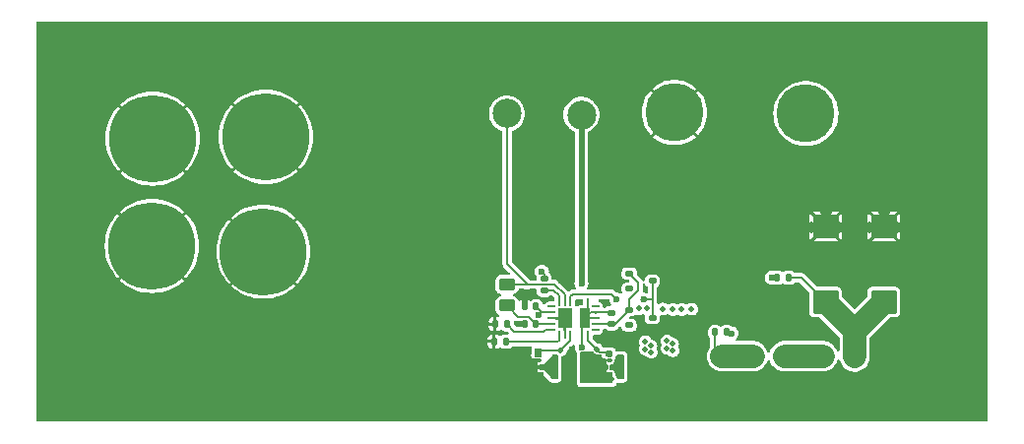
<source format=gbr>
%TF.GenerationSoftware,KiCad,Pcbnew,8.0.5*%
%TF.CreationDate,2024-10-10T12:36:06+02:00*%
%TF.ProjectId,MosTest_GanFet,4d6f7354-6573-4745-9f47-616e4665742e,rev?*%
%TF.SameCoordinates,Original*%
%TF.FileFunction,Copper,L1,Top*%
%TF.FilePolarity,Positive*%
%FSLAX46Y46*%
G04 Gerber Fmt 4.6, Leading zero omitted, Abs format (unit mm)*
G04 Created by KiCad (PCBNEW 8.0.5) date 2024-10-10 12:36:06*
%MOMM*%
%LPD*%
G01*
G04 APERTURE LIST*
G04 Aperture macros list*
%AMRoundRect*
0 Rectangle with rounded corners*
0 $1 Rounding radius*
0 $2 $3 $4 $5 $6 $7 $8 $9 X,Y pos of 4 corners*
0 Add a 4 corners polygon primitive as box body*
4,1,4,$2,$3,$4,$5,$6,$7,$8,$9,$2,$3,0*
0 Add four circle primitives for the rounded corners*
1,1,$1+$1,$2,$3*
1,1,$1+$1,$4,$5*
1,1,$1+$1,$6,$7*
1,1,$1+$1,$8,$9*
0 Add four rect primitives between the rounded corners*
20,1,$1+$1,$2,$3,$4,$5,0*
20,1,$1+$1,$4,$5,$6,$7,0*
20,1,$1+$1,$6,$7,$8,$9,0*
20,1,$1+$1,$8,$9,$2,$3,0*%
G04 Aperture macros list end*
%TA.AperFunction,SMDPad,CuDef*%
%ADD10RoundRect,0.135000X0.135000X0.185000X-0.135000X0.185000X-0.135000X-0.185000X0.135000X-0.185000X0*%
%TD*%
%TA.AperFunction,ComponentPad*%
%ADD11C,2.500000*%
%TD*%
%TA.AperFunction,ComponentPad*%
%ADD12C,2.900000*%
%TD*%
%TA.AperFunction,ConnectorPad*%
%ADD13C,5.000000*%
%TD*%
%TA.AperFunction,SMDPad,CuDef*%
%ADD14RoundRect,0.112500X-0.237500X0.112500X-0.237500X-0.112500X0.237500X-0.112500X0.237500X0.112500X0*%
%TD*%
%TA.AperFunction,ComponentPad*%
%ADD15C,4.700000*%
%TD*%
%TA.AperFunction,ConnectorPad*%
%ADD16C,7.500000*%
%TD*%
%TA.AperFunction,SMDPad,CuDef*%
%ADD17RoundRect,0.250000X-0.450000X0.262500X-0.450000X-0.262500X0.450000X-0.262500X0.450000X0.262500X0*%
%TD*%
%TA.AperFunction,SMDPad,CuDef*%
%ADD18RoundRect,0.135000X-0.135000X-0.185000X0.135000X-0.185000X0.135000X0.185000X-0.135000X0.185000X0*%
%TD*%
%TA.AperFunction,SMDPad,CuDef*%
%ADD19RoundRect,0.080000X-1.000000X0.910000X-1.000000X-0.910000X1.000000X-0.910000X1.000000X0.910000X0*%
%TD*%
%TA.AperFunction,SMDPad,CuDef*%
%ADD20R,1.500000X1.200000*%
%TD*%
%TA.AperFunction,SMDPad,CuDef*%
%ADD21O,0.645000X0.265000*%
%TD*%
%TA.AperFunction,SMDPad,CuDef*%
%ADD22O,0.255000X0.520000*%
%TD*%
%TA.AperFunction,SMDPad,CuDef*%
%ADD23O,0.265000X0.265000*%
%TD*%
%TA.AperFunction,SMDPad,CuDef*%
%ADD24RoundRect,0.140000X0.140000X0.170000X-0.140000X0.170000X-0.140000X-0.170000X0.140000X-0.170000X0*%
%TD*%
%TA.AperFunction,SMDPad,CuDef*%
%ADD25RoundRect,0.140000X0.170000X-0.140000X0.170000X0.140000X-0.170000X0.140000X-0.170000X-0.140000X0*%
%TD*%
%TA.AperFunction,SMDPad,CuDef*%
%ADD26RoundRect,0.140000X-0.140000X-0.170000X0.140000X-0.170000X0.140000X0.170000X-0.140000X0.170000X0*%
%TD*%
%TA.AperFunction,SMDPad,CuDef*%
%ADD27RoundRect,0.135000X0.185000X-0.135000X0.185000X0.135000X-0.185000X0.135000X-0.185000X-0.135000X0*%
%TD*%
%TA.AperFunction,SMDPad,CuDef*%
%ADD28RoundRect,0.062500X-0.237500X-0.062500X0.237500X-0.062500X0.237500X0.062500X-0.237500X0.062500X0*%
%TD*%
%TA.AperFunction,SMDPad,CuDef*%
%ADD29RoundRect,0.062500X-0.062500X-0.237500X0.062500X-0.237500X0.062500X0.237500X-0.062500X0.237500X0*%
%TD*%
%TA.AperFunction,SMDPad,CuDef*%
%ADD30RoundRect,0.030000X-0.570000X-0.820000X0.570000X-0.820000X0.570000X0.820000X-0.570000X0.820000X0*%
%TD*%
%TA.AperFunction,ComponentPad*%
%ADD31C,0.500000*%
%TD*%
%TA.AperFunction,SMDPad,CuDef*%
%ADD32RoundRect,0.018750X-0.356250X-0.831250X0.356250X-0.831250X0.356250X0.831250X-0.356250X0.831250X0*%
%TD*%
%TA.AperFunction,ViaPad*%
%ADD33C,0.600000*%
%TD*%
%TA.AperFunction,ViaPad*%
%ADD34C,0.500000*%
%TD*%
%TA.AperFunction,ViaPad*%
%ADD35C,1.000000*%
%TD*%
%TA.AperFunction,ViaPad*%
%ADD36C,2.000000*%
%TD*%
%TA.AperFunction,Conductor*%
%ADD37C,0.200000*%
%TD*%
%TA.AperFunction,Conductor*%
%ADD38C,2.000000*%
%TD*%
%TA.AperFunction,Conductor*%
%ADD39C,0.500000*%
%TD*%
%TA.AperFunction,Conductor*%
%ADD40C,0.150000*%
%TD*%
G04 APERTURE END LIST*
D10*
%TO.P,R5,1*%
%TO.N,/N1RL*%
X143210000Y-38500000D03*
%TO.P,R5,2*%
%TO.N,/RL1*%
X142190000Y-38500000D03*
%TD*%
D11*
%TO.P,EN1,1,1*%
%TO.N,/EN1*%
X119000000Y-24400000D03*
%TD*%
D12*
%TO.P,GND1,1,1*%
%TO.N,GND*%
X133400000Y-24300000D03*
D13*
X133400000Y-24300000D03*
%TD*%
D14*
%TO.P,D2,1,K*%
%TO.N,/HB1*%
X129510000Y-38150000D03*
%TO.P,D2,2*%
%TO.N,N/C*%
X129510000Y-39450000D03*
%TO.P,D2,3,A*%
%TO.N,/BST1*%
X131510000Y-38800000D03*
%TD*%
D10*
%TO.P,R8,1*%
%TO.N,/Pre_Filter1*%
X137910000Y-43200000D03*
%TO.P,R8,2*%
%TO.N,/HS1*%
X136890000Y-43200000D03*
%TD*%
D15*
%TO.P,H5,1,1*%
%TO.N,GND*%
X88525000Y-26550000D03*
D16*
X88525000Y-26550000D03*
%TD*%
D17*
%TO.P,R6,1*%
%TO.N,/EN1*%
X119000000Y-39087500D03*
%TO.P,R6,2*%
%TO.N,/VCC1*%
X119000000Y-40912500D03*
%TD*%
D18*
%TO.P,RdtH1,1*%
%TO.N,GND*%
X117892500Y-44000000D03*
%TO.P,RdtH1,2*%
%TO.N,Net-(U1-DLH)*%
X118912500Y-44000000D03*
%TD*%
D19*
%TO.P,R9,1*%
%TO.N,GND*%
X146400000Y-34110000D03*
%TO.P,R9,2*%
%TO.N,/N1RL*%
X146400000Y-40590000D03*
%TD*%
D20*
%TO.P,L1,1,1*%
%TO.N,/HS1*%
X140150000Y-45255000D03*
%TO.P,L1,2,2*%
%TO.N,Net-(L1-Pad2)*%
X142850000Y-45255000D03*
%TD*%
D21*
%TO.P,Q1,1,G*%
%TO.N,/HO1*%
X127770000Y-45190000D03*
%TO.P,Q1,2,S*%
%TO.N,/HS1*%
X127770000Y-45590000D03*
D22*
%TO.P,Q1,3,D*%
X127580000Y-46190000D03*
%TO.P,Q1,4*%
%TO.N,/VDD30*%
X127960000Y-46190000D03*
D23*
%TO.P,Q1,5*%
%TO.N,/HS1*%
X127580000Y-46790000D03*
%TO.P,Q1,6*%
X127960000Y-46790000D03*
%TD*%
D20*
%TO.P,L5,1,1*%
%TO.N,Net-(L1-Pad2)*%
X146150000Y-45255000D03*
%TO.P,L5,2,2*%
%TO.N,/N1RL*%
X148850000Y-45255000D03*
%TD*%
D19*
%TO.P,R4,1*%
%TO.N,GND*%
X151400000Y-34110000D03*
%TO.P,R4,2*%
%TO.N,/N1RL*%
X151400000Y-40590000D03*
%TD*%
D24*
%TO.P,C3,1*%
%TO.N,/VCC1*%
X121480000Y-42500000D03*
%TO.P,C3,2*%
%TO.N,GND*%
X120520000Y-42500000D03*
%TD*%
D12*
%TO.P,VDD30,1,1*%
%TO.N,/VDD30*%
X144700000Y-24400000D03*
D13*
X144700000Y-24400000D03*
%TD*%
D25*
%TO.P,C1,1*%
%TO.N,/HB1*%
X128000000Y-42480000D03*
%TO.P,C1,2*%
%TO.N,/HS1*%
X128000000Y-41520000D03*
%TD*%
D15*
%TO.P,H6,1,1*%
%TO.N,GND*%
X88470000Y-35780000D03*
D16*
X88470000Y-35780000D03*
%TD*%
D15*
%TO.P,H8,1,1*%
%TO.N,GND*%
X98250000Y-26400000D03*
D16*
X98250000Y-26400000D03*
%TD*%
D18*
%TO.P,RdtL1,1*%
%TO.N,GND*%
X117980000Y-42500000D03*
%TO.P,RdtL1,2*%
%TO.N,Net-(U1-DHL)*%
X119000000Y-42500000D03*
%TD*%
D21*
%TO.P,Q2,1,G*%
%TO.N,/LO1*%
X121700000Y-45190000D03*
%TO.P,Q2,2,S*%
%TO.N,GND*%
X121700000Y-45590000D03*
D22*
%TO.P,Q2,3,D*%
X121510000Y-46190000D03*
%TO.P,Q2,4*%
%TO.N,/Q2D*%
X121890000Y-46190000D03*
D23*
%TO.P,Q2,5*%
%TO.N,GND*%
X121510000Y-46790000D03*
%TO.P,Q2,6*%
X121890000Y-46790000D03*
%TD*%
D26*
%TO.P,C4,1*%
%TO.N,GND*%
X120540000Y-41000000D03*
%TO.P,C4,2*%
%TO.N,/VDD10*%
X121500000Y-41000000D03*
%TD*%
D27*
%TO.P,R1,1*%
%TO.N,Net-(U1-PWM{slash}LI)*%
X122200000Y-39610000D03*
%TO.P,R1,2*%
%TO.N,/PWM1*%
X122200000Y-38590000D03*
%TD*%
D28*
%TO.P,U1,1*%
%TO.N,N/C*%
X122812500Y-41000000D03*
%TO.P,U1,2,VIN*%
%TO.N,/VDD10*%
X122812500Y-41500000D03*
%TO.P,U1,3,VSS*%
%TO.N,GND*%
X122812500Y-42000000D03*
%TO.P,U1,4,VDD*%
%TO.N,/VCC1*%
X122812500Y-42500000D03*
%TO.P,U1,5,DHL*%
%TO.N,Net-(U1-DHL)*%
X122812500Y-43000000D03*
D29*
%TO.P,U1,6,DLH*%
%TO.N,Net-(U1-DLH)*%
X123462500Y-43400000D03*
%TO.P,U1,7,VSS*%
%TO.N,GND*%
X123962500Y-43400000D03*
%TO.P,U1,8,LO*%
%TO.N,/LO1*%
X124462500Y-43400000D03*
%TO.P,U1,9,HS*%
%TO.N,/HS1*%
X125462500Y-43400000D03*
%TO.P,U1,10,HO*%
%TO.N,/HO1*%
X125962500Y-43400000D03*
D28*
%TO.P,U1,11*%
%TO.N,N/C*%
X126612500Y-43000000D03*
%TO.P,U1,12,HB*%
%TO.N,/HB1*%
X126612500Y-42500000D03*
%TO.P,U1,13,HS*%
%TO.N,/HS1*%
X126612500Y-42000000D03*
%TO.P,U1,14,NC1*%
X126612500Y-41500000D03*
%TO.P,U1,15*%
%TO.N,N/C*%
X126612500Y-41000000D03*
D29*
%TO.P,U1,16,HS*%
%TO.N,/HS1*%
X125962500Y-40600000D03*
%TO.P,U1,17,BST*%
%TO.N,/BST1*%
X124462500Y-40600000D03*
%TO.P,U1,18,EN/HI*%
%TO.N,/EN1*%
X123962500Y-40600000D03*
%TO.P,U1,19,PWM/LI*%
%TO.N,Net-(U1-PWM{slash}LI)*%
X123462500Y-40600000D03*
D30*
%TO.P,U1,20,VSS*%
%TO.N,GND*%
X123962500Y-42000000D03*
D31*
%TO.P,U1,20_1,VSS*%
X123962500Y-41400000D03*
%TO.P,U1,20_2,VSS*%
X123962500Y-42600000D03*
D32*
%TO.P,U1,21,HS*%
%TO.N,/HS1*%
X125687500Y-42000000D03*
D31*
%TO.P,U1,21_1,HS*%
X125687500Y-41400000D03*
%TO.P,U1,21_2,HS*%
X125687500Y-42600000D03*
%TD*%
D14*
%TO.P,D1,1,K*%
%TO.N,/HB1*%
X129500000Y-41300000D03*
%TO.P,D1,2*%
%TO.N,N/C*%
X129500000Y-42600000D03*
%TO.P,D1,3,A*%
%TO.N,/BST1*%
X131500000Y-41950000D03*
%TD*%
D15*
%TO.P,H7,1,1*%
%TO.N,GND*%
X98050000Y-36270000D03*
D16*
X98050000Y-36270000D03*
%TD*%
D11*
%TO.P,VDD10,1,1*%
%TO.N,/VDD10*%
X125400000Y-24500000D03*
%TD*%
D33*
%TO.N,GND*%
X140275000Y-37100000D03*
X132630000Y-36700000D03*
D34*
X121060000Y-45590000D03*
X121060000Y-46680000D03*
D33*
X120500000Y-40500000D03*
X126882804Y-38372438D03*
X143275000Y-37100000D03*
X130620000Y-38270000D03*
X123700000Y-38800000D03*
D34*
X121010000Y-47220000D03*
D35*
X146445000Y-32950000D03*
D33*
X132970000Y-38490000D03*
X117200000Y-42500000D03*
X139860000Y-41820000D03*
D34*
X121040000Y-46150000D03*
D35*
X147545000Y-34150000D03*
D33*
X123500000Y-35800000D03*
D34*
X121570000Y-47180000D03*
D33*
X120290000Y-39670000D03*
D34*
X122080000Y-47180000D03*
D35*
X145145000Y-34150000D03*
D33*
X127590000Y-40580000D03*
X117100000Y-44000000D03*
D35*
X150145000Y-34150000D03*
X152545000Y-34150000D03*
D33*
X120100000Y-42500000D03*
X135600000Y-44600000D03*
X124400000Y-38900000D03*
X124590000Y-44690000D03*
X134600000Y-36655000D03*
X130600000Y-36655000D03*
D35*
X151445000Y-32950000D03*
D33*
X128630000Y-43570000D03*
X136830000Y-41850000D03*
D34*
%TO.N,/Q2D*%
X123070000Y-46160000D03*
X123074000Y-46716000D03*
X123088000Y-45603000D03*
D33*
%TO.N,/BST1*%
X128410000Y-40390000D03*
X130745376Y-40400000D03*
%TO.N,/HS1*%
X125462500Y-44500000D03*
D36*
X137500000Y-45255000D03*
D34*
X127140000Y-46780000D03*
X127950000Y-47240000D03*
X127140000Y-46180000D03*
X125990000Y-45660000D03*
X127140000Y-45600000D03*
X125990000Y-46670000D03*
X125990000Y-46160000D03*
X126850000Y-47340000D03*
X127420000Y-47220000D03*
%TO.N,/VDD30*%
X130340000Y-41170000D03*
X131370000Y-44380000D03*
X133260000Y-41240000D03*
X128550000Y-46730000D03*
X133260000Y-44770000D03*
X133230000Y-44200000D03*
X128540000Y-45590000D03*
X132760000Y-44584000D03*
X132390000Y-41210000D03*
X134030000Y-41240000D03*
X131010000Y-41160000D03*
X134880000Y-41210000D03*
X131390000Y-44910000D03*
X128410000Y-46120000D03*
X130894000Y-44006000D03*
X132757000Y-43962000D03*
X130881000Y-44660000D03*
D33*
%TO.N,/VDD10*%
X121717477Y-41697053D03*
X125400000Y-39000000D03*
%TO.N,/PWM1*%
X122000000Y-37975000D03*
D34*
%TO.N,/LO1*%
X123614239Y-44730662D03*
D33*
%TO.N,/RL1*%
X141775000Y-38500000D03*
%TO.N,/Pre_Filter1*%
X138310000Y-43300000D03*
D34*
%TO.N,/HO1*%
X126750000Y-44700000D03*
%TD*%
D37*
%TO.N,GND*%
X120540000Y-40540000D02*
X120500000Y-40500000D01*
X143250000Y-37100000D02*
X143275000Y-37100000D01*
X120100000Y-42500000D02*
X120520000Y-42500000D01*
X120540000Y-41000000D02*
X120540000Y-40540000D01*
X123962500Y-43400000D02*
X123962500Y-42600000D01*
X140300000Y-37100000D02*
X140275000Y-37100000D01*
X122812500Y-42000000D02*
X123962500Y-42000000D01*
X117980000Y-42500000D02*
X117200000Y-42500000D01*
X117892500Y-44000000D02*
X117100000Y-44000000D01*
D38*
%TO.N,Net-(L1-Pad2)*%
X142850000Y-45255000D02*
X146150000Y-45255000D01*
D37*
%TO.N,Net-(U1-DLH)*%
X123462500Y-43400000D02*
X123462500Y-43893433D01*
X123355933Y-44000000D02*
X118912500Y-44000000D01*
X123462500Y-43893433D02*
X123355933Y-44000000D01*
%TO.N,Net-(U1-DHL)*%
X122175000Y-43125000D02*
X119625000Y-43125000D01*
X122300000Y-43000000D02*
X122175000Y-43125000D01*
X119000000Y-42500000D02*
X119625000Y-43125000D01*
X122812500Y-43000000D02*
X122300000Y-43000000D01*
%TO.N,/BST1*%
X131510000Y-40410000D02*
X131510000Y-41940000D01*
X131510000Y-40410000D02*
X130755376Y-40410000D01*
X130745376Y-40400000D02*
X130540000Y-40400000D01*
X130745376Y-40400000D02*
X130755376Y-40410000D01*
X127970000Y-39950000D02*
X127970000Y-39936480D01*
X128410000Y-40390000D02*
X127970000Y-39950000D01*
X124462500Y-40137500D02*
X124462500Y-40600000D01*
X127970000Y-39936480D02*
X124663520Y-39936480D01*
X124663520Y-39936480D02*
X124462500Y-40137500D01*
X131510000Y-41940000D02*
X131500000Y-41950000D01*
X131510000Y-38800000D02*
X131510000Y-40410000D01*
%TO.N,/HS1*%
X125787500Y-41500000D02*
X125687500Y-41400000D01*
X126612500Y-41500000D02*
X127622182Y-41500000D01*
X125462500Y-44500000D02*
X125462500Y-43400000D01*
X125962500Y-41125000D02*
X125687500Y-41400000D01*
X126632500Y-41520000D02*
X126612500Y-41500000D01*
X127622182Y-41500000D02*
X127772182Y-41650000D01*
X125462500Y-43400000D02*
X125462500Y-42225000D01*
X136890000Y-44645000D02*
X137500000Y-45255000D01*
X126612500Y-42000000D02*
X125687500Y-42000000D01*
X125962500Y-40600000D02*
X125962500Y-41125000D01*
X126612500Y-41500000D02*
X126187500Y-41500000D01*
X126187500Y-41500000D02*
X125687500Y-42000000D01*
X125462500Y-42225000D02*
X125687500Y-42000000D01*
X127772182Y-41650000D02*
X128000000Y-41650000D01*
D38*
X137500000Y-45255000D02*
X140150000Y-45255000D01*
D37*
X136890000Y-43200000D02*
X136890000Y-44645000D01*
%TO.N,/HB1*%
X130250000Y-39646480D02*
X130250000Y-38890000D01*
X127300000Y-42500000D02*
X127320000Y-42480000D01*
X128000000Y-42480000D02*
X128320000Y-42480000D01*
X129500000Y-41300000D02*
X129500000Y-40396480D01*
X130250000Y-38890000D02*
X129510000Y-38150000D01*
X126632500Y-42480000D02*
X126612500Y-42500000D01*
X127320000Y-42480000D02*
X128000000Y-42480000D01*
X126612500Y-42500000D02*
X127300000Y-42500000D01*
X128320000Y-42480000D02*
X129500000Y-41300000D01*
X129500000Y-40396480D02*
X130250000Y-39646480D01*
%TO.N,/VCC1*%
X121480000Y-42500000D02*
X120870000Y-41890000D01*
X120870000Y-41890000D02*
X119977500Y-41890000D01*
X122812500Y-42500000D02*
X121480000Y-42500000D01*
X119977500Y-41890000D02*
X119000000Y-40912500D01*
%TO.N,/VDD10*%
X121802947Y-41697053D02*
X121717477Y-41697053D01*
D39*
X125400000Y-39000000D02*
X125400000Y-24500000D01*
D37*
X121500000Y-41000000D02*
X122000000Y-41500000D01*
X122812500Y-41500000D02*
X122000000Y-41500000D01*
X122000000Y-41500000D02*
X121802947Y-41697053D01*
%TO.N,/EN1*%
X119000000Y-24400000D02*
X119000000Y-37287500D01*
X123087500Y-39087500D02*
X123962500Y-39962500D01*
D40*
X123087500Y-39087500D02*
X123075000Y-39100000D01*
X123075000Y-39100000D02*
X120812500Y-39100000D01*
D37*
X123962500Y-39962500D02*
X123962500Y-40600000D01*
X120800000Y-39087500D02*
X119000000Y-37287500D01*
D40*
X120812500Y-39100000D02*
X120800000Y-39087500D01*
D37*
X120800000Y-39087500D02*
X119000000Y-39087500D01*
%TO.N,/PWM1*%
X121990000Y-38000000D02*
X121990000Y-37985000D01*
X122200000Y-38590000D02*
X122200000Y-38175000D01*
X122200000Y-38175000D02*
X122000000Y-37975000D01*
X121990000Y-37985000D02*
X122000000Y-37975000D01*
%TO.N,/LO1*%
X124462500Y-43400000D02*
X124462500Y-43937500D01*
X122230860Y-44730662D02*
X121670662Y-44730662D01*
X124462500Y-43937500D02*
X123600000Y-44800000D01*
X121670662Y-44730662D02*
X121670000Y-44730000D01*
X123600000Y-44800000D02*
X123600000Y-44744901D01*
X123600000Y-44744901D02*
X123614239Y-44730662D01*
X122230860Y-44730662D02*
X123614239Y-44730662D01*
%TO.N,/HO1*%
X126800000Y-44800000D02*
X126750000Y-44750000D01*
X127770000Y-44900000D02*
X126950000Y-44900000D01*
X125962500Y-43962500D02*
X126800000Y-44800000D01*
X125962500Y-43400000D02*
X125962500Y-43962500D01*
X126750000Y-44750000D02*
X126750000Y-44700000D01*
X126950000Y-44900000D02*
X126750000Y-44700000D01*
X127770000Y-45190000D02*
X127770000Y-44900000D01*
%TO.N,Net-(U1-PWM{slash}LI)*%
X123010000Y-39610000D02*
X122200000Y-39610000D01*
X123462500Y-40062500D02*
X123010000Y-39610000D01*
X123462500Y-40600000D02*
X123462500Y-40062500D01*
%TO.N,/N1RL*%
X143210000Y-38500000D02*
X144310000Y-38500000D01*
D38*
X148900000Y-45300000D02*
X148900000Y-43090000D01*
D37*
X144310000Y-38500000D02*
X146400000Y-40590000D01*
D38*
X148900000Y-43090000D02*
X146400000Y-40590000D01*
X148900000Y-43090000D02*
X151400000Y-40590000D01*
%TD*%
%TA.AperFunction,Conductor*%
%TO.N,GND*%
G36*
X121630000Y-46450000D02*
G01*
X121630000Y-46650000D01*
X122150000Y-46650000D01*
X122150000Y-47600000D01*
X121400000Y-47600000D01*
X120650000Y-47600000D01*
X120650000Y-46300000D01*
X120650000Y-46100000D01*
X120650000Y-45850000D01*
X120650000Y-45490000D01*
X121620000Y-45490000D01*
X121630000Y-46450000D01*
G37*
%TD.AperFunction*%
%TD*%
%TA.AperFunction,Conductor*%
%TO.N,/HO1*%
G36*
X128051987Y-44818013D02*
G01*
X128070000Y-44861500D01*
X128070000Y-45256000D01*
X128051987Y-45299487D01*
X128008500Y-45317500D01*
X127531500Y-45317500D01*
X127488013Y-45299487D01*
X127470000Y-45256000D01*
X127470000Y-44861500D01*
X127488013Y-44818013D01*
X127531500Y-44800000D01*
X128008500Y-44800000D01*
X128051987Y-44818013D01*
G37*
%TD.AperFunction*%
%TD*%
%TA.AperFunction,Conductor*%
%TO.N,/Q2D*%
G36*
X123351987Y-45168013D02*
G01*
X123370000Y-45211500D01*
X123370000Y-47178500D01*
X123351987Y-47221987D01*
X123308500Y-47240000D01*
X122927906Y-47240000D01*
X122884419Y-47221987D01*
X122881623Y-47218998D01*
X122846187Y-47178500D01*
X122745298Y-47063198D01*
X122200001Y-46440000D01*
X122200000Y-46440000D01*
X121961500Y-46440000D01*
X121918013Y-46421987D01*
X121900000Y-46378500D01*
X121900000Y-46011500D01*
X121918013Y-45968013D01*
X121961500Y-45950000D01*
X122200000Y-45950000D01*
X122200001Y-45949999D01*
X122427208Y-45690333D01*
X122881623Y-45171001D01*
X122923815Y-45150136D01*
X122927906Y-45150000D01*
X123308500Y-45150000D01*
X123351987Y-45168013D01*
G37*
%TD.AperFunction*%
%TD*%
%TA.AperFunction,Conductor*%
%TO.N,/HS1*%
G36*
X126415890Y-44878013D02*
G01*
X126427200Y-44893581D01*
X126442425Y-44923463D01*
X126442427Y-44923466D01*
X126526534Y-45007573D01*
X126571186Y-45030324D01*
X126632518Y-45061574D01*
X126750000Y-45080181D01*
X126771947Y-45076704D01*
X126817714Y-45087691D01*
X126820076Y-45089708D01*
X126822261Y-45091168D01*
X126822262Y-45091168D01*
X126822264Y-45091170D01*
X126853765Y-45104218D01*
X126886163Y-45117638D01*
X126905143Y-45125500D01*
X126905144Y-45125500D01*
X126905146Y-45125501D01*
X126905147Y-45125501D01*
X127002012Y-45125501D01*
X127002020Y-45125500D01*
X127078500Y-45125500D01*
X127121987Y-45143513D01*
X127140000Y-45187000D01*
X127140000Y-45490000D01*
X127509137Y-45490000D01*
X127552624Y-45508013D01*
X127570633Y-45550858D01*
X127578438Y-46300000D01*
X127579997Y-46449712D01*
X127580000Y-46450353D01*
X127580000Y-46650000D01*
X128038500Y-46650000D01*
X128081987Y-46668013D01*
X128100000Y-46711500D01*
X128100000Y-47538500D01*
X128081987Y-47581987D01*
X128038500Y-47600000D01*
X127350000Y-47600000D01*
X125361500Y-47600000D01*
X125318013Y-47581987D01*
X125300000Y-47538500D01*
X125300000Y-44921500D01*
X125318013Y-44878013D01*
X125361500Y-44860000D01*
X126372403Y-44860000D01*
X126415890Y-44878013D01*
G37*
%TD.AperFunction*%
%TD*%
%TA.AperFunction,Conductor*%
%TO.N,/VDD30*%
G36*
X129031987Y-45168013D02*
G01*
X129050000Y-45211500D01*
X129050000Y-47178500D01*
X129031987Y-47221987D01*
X128988500Y-47240000D01*
X128549765Y-47240000D01*
X128506278Y-47221987D01*
X128493682Y-47203737D01*
X128150000Y-46440000D01*
X127911500Y-46440000D01*
X127868013Y-46421987D01*
X127850000Y-46378500D01*
X127850000Y-46011500D01*
X127868013Y-45968013D01*
X127911500Y-45950000D01*
X128149999Y-45950000D01*
X128150000Y-45950000D01*
X128415586Y-45191183D01*
X128446953Y-45156088D01*
X128473633Y-45150000D01*
X128988500Y-45150000D01*
X129031987Y-45168013D01*
G37*
%TD.AperFunction*%
%TD*%
%TA.AperFunction,Conductor*%
%TO.N,/LO1*%
G36*
X121981987Y-44580513D02*
G01*
X122000000Y-44624000D01*
X122000000Y-45268500D01*
X121981987Y-45311987D01*
X121938500Y-45330000D01*
X121461500Y-45330000D01*
X121418013Y-45311987D01*
X121400000Y-45268500D01*
X121400000Y-44624000D01*
X121418013Y-44580513D01*
X121461500Y-44562500D01*
X121938500Y-44562500D01*
X121981987Y-44580513D01*
G37*
%TD.AperFunction*%
%TD*%
%TA.AperFunction,Conductor*%
%TO.N,GND*%
G36*
X124087500Y-42946532D02*
G01*
X124074884Y-43001026D01*
X124073883Y-43003072D01*
X124026739Y-43054640D01*
X123959200Y-43072534D01*
X123892708Y-43051073D01*
X123851074Y-43002986D01*
X123850073Y-43000938D01*
X123837500Y-42946532D01*
X123837500Y-42624864D01*
X123856530Y-42670807D01*
X123891693Y-42705970D01*
X123937636Y-42725000D01*
X123987364Y-42725000D01*
X124033307Y-42705970D01*
X124068470Y-42670807D01*
X124087500Y-42624864D01*
X124087500Y-42946532D01*
G37*
%TD.AperFunction*%
%TA.AperFunction,Conductor*%
G36*
X119756492Y-42224859D02*
G01*
X119772473Y-42234085D01*
X119772476Y-42234088D01*
X119772476Y-42234087D01*
X119822912Y-42263207D01*
X119848093Y-42269954D01*
X119907754Y-42306319D01*
X119938283Y-42369166D01*
X119938658Y-42373658D01*
X119940000Y-42375000D01*
X120521000Y-42375000D01*
X120588039Y-42394685D01*
X120633794Y-42447489D01*
X120645000Y-42499000D01*
X120645000Y-42501000D01*
X120625315Y-42568039D01*
X120572511Y-42613794D01*
X120521000Y-42625000D01*
X119940001Y-42625000D01*
X119903682Y-42661319D01*
X119900670Y-42658307D01*
X119867512Y-42687040D01*
X119798354Y-42696984D01*
X119734798Y-42667959D01*
X119728320Y-42661927D01*
X119606818Y-42540425D01*
X119573333Y-42479102D01*
X119570499Y-42452744D01*
X119570499Y-42332249D01*
X119590184Y-42265210D01*
X119642988Y-42219455D01*
X119712146Y-42209511D01*
X119756492Y-42224859D01*
G37*
%TD.AperFunction*%
%TA.AperFunction,Conductor*%
G36*
X124030539Y-41894685D02*
G01*
X124076294Y-41947489D01*
X124087500Y-41999000D01*
X124087500Y-42575136D01*
X124068470Y-42529193D01*
X124033307Y-42494030D01*
X123987364Y-42475000D01*
X123937636Y-42475000D01*
X123891693Y-42494030D01*
X123856530Y-42529193D01*
X123837500Y-42575136D01*
X123837500Y-42125000D01*
X123265968Y-42125000D01*
X123211495Y-42112394D01*
X123209448Y-42111393D01*
X123157871Y-42064260D01*
X123139964Y-41996724D01*
X123161413Y-41930228D01*
X123209511Y-41888575D01*
X123211561Y-41887572D01*
X123265967Y-41875000D01*
X123963500Y-41875000D01*
X124030539Y-41894685D01*
G37*
%TD.AperFunction*%
%TA.AperFunction,Conductor*%
G36*
X121522539Y-39495185D02*
G01*
X121568294Y-39547989D01*
X121579500Y-39599499D01*
X121579500Y-39797453D01*
X121582258Y-39826874D01*
X121582260Y-39826884D01*
X121621337Y-39938557D01*
X121625619Y-39950794D01*
X121643852Y-39975499D01*
X121703576Y-40056423D01*
X121756391Y-40095402D01*
X121809206Y-40134381D01*
X121845246Y-40146992D01*
X121933119Y-40177741D01*
X121940796Y-40178460D01*
X121962543Y-40180500D01*
X122437456Y-40180499D01*
X122466879Y-40177741D01*
X122590794Y-40134381D01*
X122696423Y-40056423D01*
X122696428Y-40056415D01*
X122702997Y-40049849D01*
X122705033Y-40051885D01*
X122748704Y-40018718D01*
X122818359Y-40013251D01*
X122879913Y-40046310D01*
X122880523Y-40046916D01*
X123008859Y-40175252D01*
X123042344Y-40236575D01*
X123043882Y-40280807D01*
X123037000Y-40328051D01*
X123037000Y-40328055D01*
X123037000Y-40450500D01*
X123017315Y-40517539D01*
X122964511Y-40563294D01*
X122913000Y-40574500D01*
X122540549Y-40574500D01*
X122469993Y-40584779D01*
X122361150Y-40637989D01*
X122268222Y-40730918D01*
X122267097Y-40729793D01*
X122221227Y-40765773D01*
X122151666Y-40772327D01*
X122089603Y-40740232D01*
X122058245Y-40691552D01*
X122038498Y-40635120D01*
X122033852Y-40621843D01*
X121954999Y-40515001D01*
X121848157Y-40436148D01*
X121848155Y-40436147D01*
X121722826Y-40392291D01*
X121722814Y-40392289D01*
X121693070Y-40389500D01*
X121693066Y-40389500D01*
X121306934Y-40389500D01*
X121306930Y-40389500D01*
X121277185Y-40392289D01*
X121277173Y-40392291D01*
X121151844Y-40436147D01*
X121093213Y-40479419D01*
X121027584Y-40503390D01*
X120959413Y-40488074D01*
X120945945Y-40479419D01*
X120887919Y-40436594D01*
X120762732Y-40392788D01*
X120762720Y-40392786D01*
X120733007Y-40390000D01*
X120665000Y-40390000D01*
X120665000Y-41001000D01*
X120645315Y-41068039D01*
X120592511Y-41113794D01*
X120541000Y-41125000D01*
X120539000Y-41125000D01*
X120471961Y-41105315D01*
X120426206Y-41052511D01*
X120415000Y-41001000D01*
X120415000Y-40390000D01*
X120414999Y-40389999D01*
X120347000Y-40390000D01*
X120317279Y-40392786D01*
X120192077Y-40436596D01*
X120140266Y-40474835D01*
X120074637Y-40498806D01*
X120006466Y-40483491D01*
X119957398Y-40433750D01*
X119951277Y-40420555D01*
X119946905Y-40409469D01*
X119934361Y-40377658D01*
X119934360Y-40377657D01*
X119934360Y-40377656D01*
X119842922Y-40257077D01*
X119722343Y-40165639D01*
X119675057Y-40146992D01*
X119594826Y-40115353D01*
X119539685Y-40072449D01*
X119516492Y-40006541D01*
X119532612Y-39938557D01*
X119582929Y-39890080D01*
X119594814Y-39884651D01*
X119722342Y-39834361D01*
X119842922Y-39742922D01*
X119934361Y-39622342D01*
X119956378Y-39566508D01*
X119999284Y-39511366D01*
X120065192Y-39488173D01*
X120071733Y-39488000D01*
X120852725Y-39488000D01*
X120852727Y-39488000D01*
X120876758Y-39481561D01*
X120883611Y-39479725D01*
X120915703Y-39475500D01*
X121455500Y-39475500D01*
X121522539Y-39495185D01*
G37*
%TD.AperFunction*%
%TA.AperFunction,Conductor*%
G36*
X127755632Y-40356665D02*
G01*
X127801387Y-40409469D01*
X127811532Y-40444795D01*
X127824955Y-40546760D01*
X127824956Y-40546762D01*
X127883930Y-40689139D01*
X127885464Y-40692841D01*
X127921661Y-40740014D01*
X127946855Y-40805183D01*
X127932817Y-40873627D01*
X127884003Y-40923617D01*
X127823285Y-40939500D01*
X127776930Y-40939500D01*
X127747185Y-40942289D01*
X127747173Y-40942291D01*
X127621842Y-40986147D01*
X127621841Y-40986148D01*
X127507523Y-41070519D01*
X127506333Y-41068907D01*
X127455497Y-41096666D01*
X127429139Y-41099500D01*
X127336999Y-41099500D01*
X127269960Y-41079815D01*
X127224205Y-41027011D01*
X127212999Y-40975500D01*
X127212999Y-40903049D01*
X127202720Y-40832493D01*
X127202720Y-40832491D01*
X127149512Y-40723653D01*
X127149510Y-40723651D01*
X127149510Y-40723650D01*
X127063848Y-40637988D01*
X126955011Y-40584780D01*
X126952554Y-40584422D01*
X126947487Y-40583684D01*
X126883988Y-40554541D01*
X126846324Y-40495692D01*
X126846454Y-40425823D01*
X126884339Y-40367115D01*
X126947949Y-40338209D01*
X126965366Y-40336980D01*
X127688593Y-40336980D01*
X127755632Y-40356665D01*
G37*
%TD.AperFunction*%
%TA.AperFunction,Conductor*%
G36*
X160297539Y-16520185D02*
G01*
X160343294Y-16572989D01*
X160354500Y-16624500D01*
X160354500Y-50779500D01*
X160334815Y-50846539D01*
X160282011Y-50892294D01*
X160230500Y-50903500D01*
X78624500Y-50903500D01*
X78557461Y-50883815D01*
X78511706Y-50831011D01*
X78500500Y-50779500D01*
X78500500Y-44237398D01*
X117322500Y-44237398D01*
X117325255Y-44266780D01*
X117325257Y-44266792D01*
X117368565Y-44390557D01*
X117368566Y-44390559D01*
X117446434Y-44496065D01*
X117551940Y-44573933D01*
X117551942Y-44573934D01*
X117675707Y-44617242D01*
X117675719Y-44617244D01*
X117705102Y-44620000D01*
X117767500Y-44620000D01*
X117767500Y-44125000D01*
X117322500Y-44125000D01*
X117322500Y-44237398D01*
X78500500Y-44237398D01*
X78500500Y-43762601D01*
X117322500Y-43762601D01*
X117322500Y-43875000D01*
X117767500Y-43875000D01*
X117767500Y-43380000D01*
X117705102Y-43380000D01*
X117675719Y-43382755D01*
X117675707Y-43382757D01*
X117551942Y-43426065D01*
X117551940Y-43426066D01*
X117446434Y-43503934D01*
X117368566Y-43609440D01*
X117368565Y-43609442D01*
X117325257Y-43733207D01*
X117325255Y-43733219D01*
X117322500Y-43762601D01*
X78500500Y-43762601D01*
X78500500Y-42737398D01*
X117410000Y-42737398D01*
X117412755Y-42766780D01*
X117412757Y-42766792D01*
X117456065Y-42890557D01*
X117456066Y-42890559D01*
X117533934Y-42996065D01*
X117639440Y-43073933D01*
X117639442Y-43073934D01*
X117763207Y-43117242D01*
X117763219Y-43117244D01*
X117792602Y-43120000D01*
X117855000Y-43120000D01*
X117855000Y-42625000D01*
X117410000Y-42625000D01*
X117410000Y-42737398D01*
X78500500Y-42737398D01*
X78500500Y-42262601D01*
X117410000Y-42262601D01*
X117410000Y-42375000D01*
X117855000Y-42375000D01*
X117855000Y-41880000D01*
X117792602Y-41880000D01*
X117763219Y-41882755D01*
X117763207Y-41882757D01*
X117639442Y-41926065D01*
X117639440Y-41926066D01*
X117533934Y-42003934D01*
X117456066Y-42109440D01*
X117456065Y-42109442D01*
X117412757Y-42233207D01*
X117412755Y-42233219D01*
X117410000Y-42262601D01*
X78500500Y-42262601D01*
X78500500Y-35780000D01*
X84415116Y-35780000D01*
X84434642Y-36177456D01*
X84493028Y-36571065D01*
X84589721Y-36957081D01*
X84723767Y-37331716D01*
X84723774Y-37331732D01*
X84893914Y-37691462D01*
X85098485Y-38032770D01*
X85335532Y-38352390D01*
X85518718Y-38554504D01*
X86861331Y-37211890D01*
X87038107Y-37388666D01*
X85695494Y-38731280D01*
X85897609Y-38914467D01*
X86217229Y-39151514D01*
X86558537Y-39356085D01*
X86918267Y-39526225D01*
X86918283Y-39526232D01*
X87292918Y-39660278D01*
X87678934Y-39756971D01*
X88072543Y-39815357D01*
X88470000Y-39834883D01*
X88867456Y-39815357D01*
X89261065Y-39756971D01*
X89647081Y-39660278D01*
X90021716Y-39526232D01*
X90021732Y-39526225D01*
X90381462Y-39356085D01*
X90722770Y-39151514D01*
X91042390Y-38914467D01*
X91244504Y-38731280D01*
X89901891Y-37388667D01*
X90078667Y-37211891D01*
X91421280Y-38554504D01*
X91604467Y-38352390D01*
X91841514Y-38032770D01*
X92046085Y-37691462D01*
X92216225Y-37331732D01*
X92216232Y-37331716D01*
X92350278Y-36957081D01*
X92446971Y-36571065D01*
X92491629Y-36270000D01*
X93995116Y-36270000D01*
X94014642Y-36667456D01*
X94073028Y-37061065D01*
X94169721Y-37447081D01*
X94303767Y-37821716D01*
X94303774Y-37821732D01*
X94473914Y-38181462D01*
X94678485Y-38522770D01*
X94915532Y-38842390D01*
X95098718Y-39044504D01*
X96441331Y-37701890D01*
X96618107Y-37878666D01*
X95275494Y-39221280D01*
X95477609Y-39404467D01*
X95797229Y-39641514D01*
X96138537Y-39846085D01*
X96498267Y-40016225D01*
X96498283Y-40016232D01*
X96872918Y-40150278D01*
X97258934Y-40246971D01*
X97652543Y-40305357D01*
X98050000Y-40324883D01*
X98447456Y-40305357D01*
X98841065Y-40246971D01*
X99227081Y-40150278D01*
X99601716Y-40016232D01*
X99601732Y-40016225D01*
X99961462Y-39846085D01*
X100302770Y-39641514D01*
X100622390Y-39404467D01*
X100824504Y-39221280D01*
X99481891Y-37878667D01*
X99658667Y-37701891D01*
X101001280Y-39044504D01*
X101184467Y-38842390D01*
X101421514Y-38522770D01*
X101626085Y-38181462D01*
X101796225Y-37821732D01*
X101796232Y-37821716D01*
X101930278Y-37447081D01*
X102026971Y-37061065D01*
X102085357Y-36667456D01*
X102104883Y-36270000D01*
X102085357Y-35872543D01*
X102026971Y-35478934D01*
X101930278Y-35092918D01*
X101796232Y-34718283D01*
X101796225Y-34718267D01*
X101626085Y-34358537D01*
X101421514Y-34017229D01*
X101184467Y-33697609D01*
X101001280Y-33495494D01*
X99658666Y-34838107D01*
X99481890Y-34661331D01*
X100824504Y-33318718D01*
X100622390Y-33135532D01*
X100302770Y-32898485D01*
X99961462Y-32693914D01*
X99601732Y-32523774D01*
X99601716Y-32523767D01*
X99227081Y-32389721D01*
X98841065Y-32293028D01*
X98447456Y-32234642D01*
X98050000Y-32215116D01*
X97652543Y-32234642D01*
X97258934Y-32293028D01*
X96872918Y-32389721D01*
X96498283Y-32523767D01*
X96498267Y-32523774D01*
X96138537Y-32693914D01*
X95797229Y-32898485D01*
X95477603Y-33135536D01*
X95275494Y-33318717D01*
X95275494Y-33318718D01*
X96618108Y-34661332D01*
X96441332Y-34838108D01*
X95098718Y-33495494D01*
X95098717Y-33495494D01*
X94915536Y-33697603D01*
X94678485Y-34017229D01*
X94473914Y-34358537D01*
X94303774Y-34718267D01*
X94303767Y-34718283D01*
X94169721Y-35092918D01*
X94073028Y-35478934D01*
X94014642Y-35872543D01*
X93995116Y-36270000D01*
X92491629Y-36270000D01*
X92505357Y-36177456D01*
X92524883Y-35780000D01*
X92505357Y-35382543D01*
X92446971Y-34988934D01*
X92350278Y-34602918D01*
X92216232Y-34228283D01*
X92216225Y-34228267D01*
X92046085Y-33868537D01*
X91841514Y-33527229D01*
X91604467Y-33207609D01*
X91421280Y-33005494D01*
X90078666Y-34348107D01*
X89901890Y-34171331D01*
X91244504Y-32828718D01*
X91042390Y-32645532D01*
X90722770Y-32408485D01*
X90381462Y-32203914D01*
X90021732Y-32033774D01*
X90021716Y-32033767D01*
X89647081Y-31899721D01*
X89261065Y-31803028D01*
X88867456Y-31744642D01*
X88470000Y-31725116D01*
X88072543Y-31744642D01*
X87678934Y-31803028D01*
X87292918Y-31899721D01*
X86918283Y-32033767D01*
X86918267Y-32033774D01*
X86558537Y-32203914D01*
X86217229Y-32408485D01*
X85897603Y-32645536D01*
X85695494Y-32828717D01*
X85695494Y-32828718D01*
X87038108Y-34171332D01*
X86861332Y-34348108D01*
X85518718Y-33005494D01*
X85518717Y-33005494D01*
X85335536Y-33207603D01*
X85098485Y-33527229D01*
X84893914Y-33868537D01*
X84723774Y-34228267D01*
X84723767Y-34228283D01*
X84589721Y-34602918D01*
X84493028Y-34988934D01*
X84434642Y-35382543D01*
X84415116Y-35780000D01*
X78500500Y-35780000D01*
X78500500Y-26550000D01*
X84470116Y-26550000D01*
X84489642Y-26947456D01*
X84548028Y-27341065D01*
X84644721Y-27727081D01*
X84778767Y-28101716D01*
X84778774Y-28101732D01*
X84948914Y-28461462D01*
X85153485Y-28802770D01*
X85390532Y-29122390D01*
X85573718Y-29324504D01*
X86916331Y-27981890D01*
X87093107Y-28158666D01*
X85750494Y-29501280D01*
X85952609Y-29684467D01*
X86272229Y-29921514D01*
X86613537Y-30126085D01*
X86973267Y-30296225D01*
X86973283Y-30296232D01*
X87347918Y-30430278D01*
X87733934Y-30526971D01*
X88127543Y-30585357D01*
X88525000Y-30604883D01*
X88922456Y-30585357D01*
X89316065Y-30526971D01*
X89702081Y-30430278D01*
X90076716Y-30296232D01*
X90076732Y-30296225D01*
X90436462Y-30126085D01*
X90777770Y-29921514D01*
X91097390Y-29684467D01*
X91299504Y-29501280D01*
X89956891Y-28158667D01*
X90133667Y-27981891D01*
X91476280Y-29324504D01*
X91659467Y-29122390D01*
X91896514Y-28802770D01*
X92101085Y-28461462D01*
X92271225Y-28101732D01*
X92271232Y-28101716D01*
X92405278Y-27727081D01*
X92501971Y-27341065D01*
X92560357Y-26947456D01*
X92579883Y-26550000D01*
X92572514Y-26400000D01*
X94195116Y-26400000D01*
X94214642Y-26797456D01*
X94273028Y-27191065D01*
X94369721Y-27577081D01*
X94503767Y-27951716D01*
X94503774Y-27951732D01*
X94673914Y-28311462D01*
X94878485Y-28652770D01*
X95115532Y-28972390D01*
X95298718Y-29174504D01*
X96641331Y-27831890D01*
X96818107Y-28008666D01*
X95475494Y-29351280D01*
X95677609Y-29534467D01*
X95997229Y-29771514D01*
X96338537Y-29976085D01*
X96698267Y-30146225D01*
X96698283Y-30146232D01*
X97072918Y-30280278D01*
X97458934Y-30376971D01*
X97852543Y-30435357D01*
X98250000Y-30454883D01*
X98647456Y-30435357D01*
X99041065Y-30376971D01*
X99427081Y-30280278D01*
X99801716Y-30146232D01*
X99801732Y-30146225D01*
X100161462Y-29976085D01*
X100502770Y-29771514D01*
X100822390Y-29534467D01*
X101024504Y-29351280D01*
X99681891Y-28008667D01*
X99858667Y-27831891D01*
X101201280Y-29174504D01*
X101384467Y-28972390D01*
X101621514Y-28652770D01*
X101826085Y-28311462D01*
X101996225Y-27951732D01*
X101996232Y-27951716D01*
X102130278Y-27577081D01*
X102226971Y-27191065D01*
X102285357Y-26797456D01*
X102304883Y-26400000D01*
X102285357Y-26002543D01*
X102226971Y-25608934D01*
X102130278Y-25222918D01*
X101996232Y-24848283D01*
X101996225Y-24848267D01*
X101826085Y-24488537D01*
X101773018Y-24400000D01*
X117444706Y-24400000D01*
X117463853Y-24643297D01*
X117463853Y-24643300D01*
X117463854Y-24643302D01*
X117513066Y-24848283D01*
X117520830Y-24880619D01*
X117614222Y-25106089D01*
X117741737Y-25314173D01*
X117741738Y-25314176D01*
X117741741Y-25314179D01*
X117900241Y-25499759D01*
X118017325Y-25599758D01*
X118085823Y-25658261D01*
X118085825Y-25658261D01*
X118293911Y-25785777D01*
X118519388Y-25879172D01*
X118519389Y-25879172D01*
X118522952Y-25880648D01*
X118577356Y-25924488D01*
X118599421Y-25990782D01*
X118599500Y-25995209D01*
X118599500Y-37340226D01*
X118626793Y-37442089D01*
X118653156Y-37487750D01*
X118679520Y-37533413D01*
X118679522Y-37533415D01*
X119208926Y-38062819D01*
X119242411Y-38124142D01*
X119237427Y-38193834D01*
X119195555Y-38249767D01*
X119130091Y-38274184D01*
X119121245Y-38274500D01*
X118506898Y-38274500D01*
X118467853Y-38279188D01*
X118418438Y-38285122D01*
X118277656Y-38340639D01*
X118157077Y-38432077D01*
X118065639Y-38552656D01*
X118010122Y-38693438D01*
X118005578Y-38731280D01*
X117999500Y-38781898D01*
X117999500Y-39393102D01*
X118000865Y-39404467D01*
X118010122Y-39481561D01*
X118010122Y-39481563D01*
X118010123Y-39481564D01*
X118023819Y-39516295D01*
X118065639Y-39622343D01*
X118157077Y-39742922D01*
X118277656Y-39834360D01*
X118277657Y-39834360D01*
X118277658Y-39834361D01*
X118405171Y-39884646D01*
X118460314Y-39927551D01*
X118483507Y-39993459D01*
X118467386Y-40061444D01*
X118417070Y-40109920D01*
X118405178Y-40115351D01*
X118364697Y-40131315D01*
X118277656Y-40165639D01*
X118157077Y-40257077D01*
X118065639Y-40377656D01*
X118010122Y-40518438D01*
X118004847Y-40562373D01*
X117999500Y-40606898D01*
X117999500Y-41218102D01*
X118003669Y-41252819D01*
X118010122Y-41306561D01*
X118010122Y-41306563D01*
X118010123Y-41306564D01*
X118019047Y-41329193D01*
X118065639Y-41447343D01*
X118157076Y-41567920D01*
X118157078Y-41567922D01*
X118266449Y-41650861D01*
X118278568Y-41660051D01*
X118320091Y-41716244D01*
X118324642Y-41785965D01*
X118290777Y-41847079D01*
X118229247Y-41880183D01*
X118192066Y-41882313D01*
X118167398Y-41880000D01*
X118105000Y-41880000D01*
X118105000Y-43120000D01*
X118167398Y-43120000D01*
X118196780Y-43117244D01*
X118196792Y-43117242D01*
X118320557Y-43073934D01*
X118320560Y-43073933D01*
X118415943Y-43003535D01*
X118481571Y-42979563D01*
X118549742Y-42994878D01*
X118563212Y-43003534D01*
X118659206Y-43074381D01*
X118700511Y-43088834D01*
X118783119Y-43117741D01*
X118790796Y-43118460D01*
X118812543Y-43120500D01*
X119002743Y-43120499D01*
X119069783Y-43140183D01*
X119090425Y-43156818D01*
X119101426Y-43167819D01*
X119134911Y-43229142D01*
X119129927Y-43298834D01*
X119088055Y-43354767D01*
X119022591Y-43379184D01*
X119013745Y-43379500D01*
X118725046Y-43379500D01*
X118695625Y-43382258D01*
X118695615Y-43382260D01*
X118571705Y-43425619D01*
X118571704Y-43425619D01*
X118475712Y-43496465D01*
X118410084Y-43520436D01*
X118341913Y-43505120D01*
X118328445Y-43496465D01*
X118233059Y-43426066D01*
X118233057Y-43426065D01*
X118109292Y-43382757D01*
X118109280Y-43382755D01*
X118079898Y-43380000D01*
X118017500Y-43380000D01*
X118017500Y-44620000D01*
X118079898Y-44620000D01*
X118109280Y-44617244D01*
X118109292Y-44617242D01*
X118233057Y-44573934D01*
X118233060Y-44573933D01*
X118328443Y-44503535D01*
X118394071Y-44479563D01*
X118462242Y-44494878D01*
X118475712Y-44503534D01*
X118571706Y-44574381D01*
X118613011Y-44588834D01*
X118695619Y-44617741D01*
X118703296Y-44618460D01*
X118725043Y-44620500D01*
X119099956Y-44620499D01*
X119129379Y-44617741D01*
X119253294Y-44574381D01*
X119358923Y-44496423D01*
X119392546Y-44450866D01*
X119448194Y-44408616D01*
X119492316Y-44400500D01*
X120986952Y-44400500D01*
X121053991Y-44420185D01*
X121099746Y-44472989D01*
X121109690Y-44542147D01*
X121108842Y-44547273D01*
X121095154Y-44620500D01*
X121094500Y-44624001D01*
X121094500Y-45051359D01*
X121090275Y-45083452D01*
X121077000Y-45132995D01*
X121077000Y-45247005D01*
X121092912Y-45306388D01*
X121106975Y-45358870D01*
X121106975Y-45423057D01*
X121089038Y-45490000D01*
X120650000Y-45490000D01*
X120650000Y-45850000D01*
X120650000Y-46100000D01*
X120650000Y-46300000D01*
X120650000Y-47600000D01*
X121400000Y-47600000D01*
X122150000Y-47600000D01*
X122150000Y-46873223D01*
X122317692Y-47040916D01*
X122317352Y-47041255D01*
X122324888Y-47046658D01*
X122515386Y-47264371D01*
X122617634Y-47381227D01*
X122617646Y-47381241D01*
X122651706Y-47420165D01*
X122658531Y-47427709D01*
X122661313Y-47430684D01*
X122673437Y-47442932D01*
X122673445Y-47442940D01*
X122767509Y-47504232D01*
X122810996Y-47522245D01*
X122811081Y-47522279D01*
X122817535Y-47524866D01*
X122817539Y-47524867D01*
X122817547Y-47524870D01*
X122927906Y-47545500D01*
X122927909Y-47545500D01*
X123308469Y-47545500D01*
X123308500Y-47545500D01*
X123315557Y-47545418D01*
X123425410Y-47522245D01*
X123468897Y-47504232D01*
X123481807Y-47498532D01*
X123572940Y-47432961D01*
X123634232Y-47338897D01*
X123652245Y-47295410D01*
X123654870Y-47288859D01*
X123675500Y-47178500D01*
X123675500Y-45383996D01*
X123695185Y-45316957D01*
X123747989Y-45271202D01*
X123752049Y-45269434D01*
X123757943Y-45266992D01*
X123757948Y-45266992D01*
X123891864Y-45211523D01*
X124006860Y-45123283D01*
X124095100Y-45008287D01*
X124150569Y-44874371D01*
X124153951Y-44848679D01*
X124182214Y-44784785D01*
X124189196Y-44777195D01*
X124657712Y-44308680D01*
X124719034Y-44275196D01*
X124788726Y-44280180D01*
X124844659Y-44322052D01*
X124869076Y-44387516D01*
X124868331Y-44412547D01*
X124856818Y-44499998D01*
X124856818Y-44500001D01*
X124877455Y-44656760D01*
X124877457Y-44656765D01*
X124937961Y-44802836D01*
X124937961Y-44802837D01*
X124937963Y-44802840D01*
X124937964Y-44802841D01*
X124968876Y-44843127D01*
X124994070Y-44908294D01*
X124994500Y-44918612D01*
X124994500Y-47538469D01*
X124994582Y-47545559D01*
X125017753Y-47655405D01*
X125017754Y-47655409D01*
X125017755Y-47655410D01*
X125035768Y-47698897D01*
X125035778Y-47698920D01*
X125035779Y-47698922D01*
X125041466Y-47711805D01*
X125078250Y-47762929D01*
X125107039Y-47802940D01*
X125201103Y-47864232D01*
X125244590Y-47882245D01*
X125244675Y-47882279D01*
X125251129Y-47884866D01*
X125251133Y-47884867D01*
X125251141Y-47884870D01*
X125361500Y-47905500D01*
X125361503Y-47905500D01*
X128038469Y-47905500D01*
X128038500Y-47905500D01*
X128045557Y-47905418D01*
X128155410Y-47882245D01*
X128198897Y-47864232D01*
X128211807Y-47858532D01*
X128302940Y-47792961D01*
X128364232Y-47698897D01*
X128382245Y-47655410D01*
X128384870Y-47648859D01*
X128386321Y-47641098D01*
X128417986Y-47578816D01*
X128478297Y-47543541D01*
X128530994Y-47541991D01*
X128549765Y-47545500D01*
X128549767Y-47545500D01*
X128988469Y-47545500D01*
X128988500Y-47545500D01*
X128995557Y-47545418D01*
X129105410Y-47522245D01*
X129148897Y-47504232D01*
X129161807Y-47498532D01*
X129252940Y-47432961D01*
X129314232Y-47338897D01*
X129332245Y-47295410D01*
X129334870Y-47288859D01*
X129355500Y-47178500D01*
X129355500Y-45211500D01*
X129355418Y-45204443D01*
X129333533Y-45100697D01*
X129332246Y-45094594D01*
X129332245Y-45094593D01*
X129332245Y-45094590D01*
X129314232Y-45051103D01*
X129311476Y-45044862D01*
X129308533Y-45038194D01*
X129264230Y-44976621D01*
X129242961Y-44947060D01*
X129148897Y-44885768D01*
X129105410Y-44867755D01*
X129105363Y-44867736D01*
X129105324Y-44867720D01*
X129098870Y-44865133D01*
X129098866Y-44865132D01*
X129098862Y-44865131D01*
X129098859Y-44865130D01*
X128988500Y-44844500D01*
X128473893Y-44844500D01*
X128406854Y-44824815D01*
X128361099Y-44772011D01*
X128352564Y-44746099D01*
X128352246Y-44744595D01*
X128352245Y-44744590D01*
X128334232Y-44701103D01*
X128331476Y-44694862D01*
X128328533Y-44688194D01*
X128308246Y-44659999D01*
X130325750Y-44659999D01*
X130325750Y-44660000D01*
X130344670Y-44803708D01*
X130344671Y-44803712D01*
X130400137Y-44937622D01*
X130400138Y-44937624D01*
X130400139Y-44937625D01*
X130488379Y-45052621D01*
X130603375Y-45140861D01*
X130737291Y-45196330D01*
X130881000Y-45215250D01*
X130881000Y-45215249D01*
X130884958Y-45215771D01*
X130948854Y-45244038D01*
X130967145Y-45263220D01*
X130997379Y-45302621D01*
X131112375Y-45390861D01*
X131246291Y-45446330D01*
X131373280Y-45463048D01*
X131389999Y-45465250D01*
X131390000Y-45465250D01*
X131390001Y-45465250D01*
X131404977Y-45463278D01*
X131533709Y-45446330D01*
X131667625Y-45390861D01*
X131782621Y-45302621D01*
X131870861Y-45187625D01*
X131926330Y-45053709D01*
X131945250Y-44910000D01*
X131945025Y-44908294D01*
X131941617Y-44882404D01*
X131926330Y-44766291D01*
X131893981Y-44688193D01*
X131885745Y-44668308D01*
X131878276Y-44598839D01*
X131885741Y-44573413D01*
X131906330Y-44523709D01*
X131925250Y-44380000D01*
X131906330Y-44236291D01*
X131867569Y-44142713D01*
X131850862Y-44102377D01*
X131850861Y-44102376D01*
X131850861Y-44102375D01*
X131762621Y-43987379D01*
X131729547Y-43962000D01*
X132201750Y-43962000D01*
X132202521Y-43967860D01*
X132220670Y-44105708D01*
X132220671Y-44105712D01*
X132271808Y-44229169D01*
X132279277Y-44298638D01*
X132271808Y-44324073D01*
X132223671Y-44440287D01*
X132223670Y-44440291D01*
X132204750Y-44584000D01*
X132214329Y-44656762D01*
X132223670Y-44727708D01*
X132223671Y-44727712D01*
X132279137Y-44861622D01*
X132279138Y-44861624D01*
X132279139Y-44861625D01*
X132367379Y-44976621D01*
X132482375Y-45064861D01*
X132482376Y-45064861D01*
X132482377Y-45064862D01*
X132527013Y-45083350D01*
X132616291Y-45120330D01*
X132760000Y-45139250D01*
X132774731Y-45137310D01*
X132843765Y-45148074D01*
X132866405Y-45161873D01*
X132867377Y-45162619D01*
X132867379Y-45162621D01*
X132982375Y-45250861D01*
X132982376Y-45250861D01*
X132982377Y-45250862D01*
X133012220Y-45263223D01*
X133116291Y-45306330D01*
X133243280Y-45323048D01*
X133259999Y-45325250D01*
X133260000Y-45325250D01*
X133260001Y-45325250D01*
X133274977Y-45323278D01*
X133403709Y-45306330D01*
X133527637Y-45254998D01*
X136194532Y-45254998D01*
X136194532Y-45255000D01*
X136199028Y-45306388D01*
X136199500Y-45317196D01*
X136199500Y-45357352D01*
X136205949Y-45398067D01*
X136207728Y-45409301D01*
X136208783Y-45417891D01*
X136214364Y-45481686D01*
X136214367Y-45481699D01*
X136224492Y-45519488D01*
X136227190Y-45532181D01*
X136231521Y-45559525D01*
X136231522Y-45559530D01*
X136231523Y-45559534D01*
X136242797Y-45594232D01*
X136251617Y-45621378D01*
X136253460Y-45627600D01*
X136273260Y-45701494D01*
X136284531Y-45725667D01*
X136290077Y-45739747D01*
X136294777Y-45754212D01*
X136294779Y-45754218D01*
X136294780Y-45754219D01*
X136317710Y-45799223D01*
X136329947Y-45823238D01*
X136331844Y-45827128D01*
X136369432Y-45907734D01*
X136377563Y-45919347D01*
X136386469Y-45934169D01*
X136387714Y-45936612D01*
X136387714Y-45936613D01*
X136440536Y-46009316D01*
X136441793Y-46011078D01*
X136499953Y-46094140D01*
X136660858Y-46255045D01*
X136743920Y-46313205D01*
X136745682Y-46314462D01*
X136818388Y-46367286D01*
X136818391Y-46367288D01*
X136820818Y-46368524D01*
X136835652Y-46377436D01*
X136847266Y-46385568D01*
X136927858Y-46423149D01*
X136931748Y-46425046D01*
X136942360Y-46430453D01*
X137000781Y-46460220D01*
X137015261Y-46464924D01*
X137029323Y-46470463D01*
X137053504Y-46481739D01*
X137053510Y-46481740D01*
X137053513Y-46481742D01*
X137127386Y-46501535D01*
X137133609Y-46503378D01*
X137195466Y-46523477D01*
X137222822Y-46527809D01*
X137235498Y-46530503D01*
X137273308Y-46540635D01*
X137337103Y-46546215D01*
X137345690Y-46547269D01*
X137397648Y-46555500D01*
X137437804Y-46555500D01*
X137448609Y-46555971D01*
X137475087Y-46558288D01*
X137499999Y-46560468D01*
X137500000Y-46560468D01*
X137500001Y-46560468D01*
X137524912Y-46558288D01*
X137551390Y-46555971D01*
X137562196Y-46555500D01*
X140252351Y-46555500D01*
X140252352Y-46555500D01*
X140454534Y-46523477D01*
X140649219Y-46460220D01*
X140831610Y-46367287D01*
X140924590Y-46299732D01*
X140997213Y-46246971D01*
X140997215Y-46246968D01*
X140997219Y-46246966D01*
X141141966Y-46102219D01*
X141141968Y-46102215D01*
X141141971Y-46102213D01*
X141223332Y-45990227D01*
X141262287Y-45936610D01*
X141355220Y-45754219D01*
X141382069Y-45671585D01*
X141421507Y-45613910D01*
X141485865Y-45586712D01*
X141554712Y-45598627D01*
X141606187Y-45645871D01*
X141617930Y-45671585D01*
X141644780Y-45754219D01*
X141736469Y-45934169D01*
X141737715Y-45936613D01*
X141858028Y-46102213D01*
X142002786Y-46246971D01*
X142146990Y-46351739D01*
X142168390Y-46367287D01*
X142278025Y-46423149D01*
X142350776Y-46460218D01*
X142350778Y-46460218D01*
X142350781Y-46460220D01*
X142417010Y-46481739D01*
X142545465Y-46523477D01*
X142579231Y-46528825D01*
X142747648Y-46555500D01*
X142747649Y-46555500D01*
X146252351Y-46555500D01*
X146252352Y-46555500D01*
X146454534Y-46523477D01*
X146649219Y-46460220D01*
X146831610Y-46367287D01*
X146924590Y-46299732D01*
X146997213Y-46246971D01*
X146997215Y-46246968D01*
X146997219Y-46246966D01*
X147141966Y-46102219D01*
X147141968Y-46102215D01*
X147141971Y-46102213D01*
X147223332Y-45990227D01*
X147262287Y-45936610D01*
X147355220Y-45754219D01*
X147399758Y-45617144D01*
X147439196Y-45559469D01*
X147503554Y-45532271D01*
X147572401Y-45544186D01*
X147623876Y-45591430D01*
X147635620Y-45617144D01*
X147694781Y-45799223D01*
X147709000Y-45827128D01*
X147759605Y-45926446D01*
X147787715Y-45981613D01*
X147908028Y-46147213D01*
X148052786Y-46291971D01*
X148163579Y-46372465D01*
X148218390Y-46412287D01*
X148312460Y-46460218D01*
X148400776Y-46505218D01*
X148400778Y-46505218D01*
X148400781Y-46505220D01*
X148505137Y-46539127D01*
X148595465Y-46568477D01*
X148696557Y-46584488D01*
X148797648Y-46600500D01*
X148797649Y-46600500D01*
X149002351Y-46600500D01*
X149002352Y-46600500D01*
X149204534Y-46568477D01*
X149399219Y-46505220D01*
X149581610Y-46412287D01*
X149717986Y-46313205D01*
X149747213Y-46291971D01*
X149747215Y-46291968D01*
X149747219Y-46291966D01*
X149891966Y-46147219D01*
X149891968Y-46147215D01*
X149891971Y-46147213D01*
X149990877Y-46011078D01*
X150012287Y-45981610D01*
X150105220Y-45799219D01*
X150168477Y-45604534D01*
X150200500Y-45402352D01*
X150200500Y-43680047D01*
X150220185Y-43613008D01*
X150236819Y-43592366D01*
X151912366Y-41916819D01*
X151973689Y-41883334D01*
X152000047Y-41880500D01*
X152436104Y-41880500D01*
X152436110Y-41880500D01*
X152510072Y-41869724D01*
X152624157Y-41813951D01*
X152713951Y-41724157D01*
X152769724Y-41610072D01*
X152780500Y-41536110D01*
X152780500Y-39643890D01*
X152769724Y-39569928D01*
X152748362Y-39526232D01*
X152713950Y-39455841D01*
X152624158Y-39366049D01*
X152510074Y-39310276D01*
X152491581Y-39307582D01*
X152436110Y-39299500D01*
X152436104Y-39299500D01*
X151575246Y-39299500D01*
X151555848Y-39297973D01*
X151554804Y-39297807D01*
X151502352Y-39289500D01*
X151297648Y-39289500D01*
X151245195Y-39297807D01*
X151244152Y-39297973D01*
X151224754Y-39299500D01*
X150363890Y-39299500D01*
X150316236Y-39306443D01*
X150289925Y-39310276D01*
X150175841Y-39366049D01*
X150086049Y-39455841D01*
X150030276Y-39569925D01*
X150030276Y-39569928D01*
X150019500Y-39643890D01*
X150019500Y-39643895D01*
X150019500Y-40079953D01*
X149999815Y-40146992D01*
X149983181Y-40167634D01*
X148987681Y-41163134D01*
X148926358Y-41196619D01*
X148856666Y-41191635D01*
X148812319Y-41163134D01*
X147816819Y-40167634D01*
X147783334Y-40106311D01*
X147780500Y-40079953D01*
X147780500Y-39643895D01*
X147780500Y-39643890D01*
X147769724Y-39569928D01*
X147748362Y-39526232D01*
X147713950Y-39455841D01*
X147624158Y-39366049D01*
X147510074Y-39310276D01*
X147491581Y-39307582D01*
X147436110Y-39299500D01*
X147436104Y-39299500D01*
X146575246Y-39299500D01*
X146555848Y-39297973D01*
X146554804Y-39297807D01*
X146502352Y-39289500D01*
X146297648Y-39289500D01*
X146245195Y-39297807D01*
X146244152Y-39297973D01*
X146224754Y-39299500D01*
X145727255Y-39299500D01*
X145660216Y-39279815D01*
X145639574Y-39263181D01*
X144555915Y-38179522D01*
X144555913Y-38179520D01*
X144510250Y-38153156D01*
X144464589Y-38126793D01*
X144405807Y-38111043D01*
X144362727Y-38099500D01*
X144362726Y-38099500D01*
X143789816Y-38099500D01*
X143722777Y-38079815D01*
X143690046Y-38049134D01*
X143656425Y-38003580D01*
X143656423Y-38003577D01*
X143550794Y-37925619D01*
X143550792Y-37925618D01*
X143426880Y-37882258D01*
X143397461Y-37879500D01*
X143022546Y-37879500D01*
X142993125Y-37882258D01*
X142993115Y-37882260D01*
X142869205Y-37925619D01*
X142869204Y-37925619D01*
X142773633Y-37996154D01*
X142708004Y-38020125D01*
X142639834Y-38004809D01*
X142626367Y-37996154D01*
X142530794Y-37925619D01*
X142406880Y-37882258D01*
X142377461Y-37879500D01*
X142002546Y-37879500D01*
X141973120Y-37882258D01*
X141921781Y-37900222D01*
X141864645Y-37906119D01*
X141775003Y-37894318D01*
X141774998Y-37894318D01*
X141618239Y-37914955D01*
X141618237Y-37914956D01*
X141472160Y-37975463D01*
X141346718Y-38071718D01*
X141250463Y-38197160D01*
X141189956Y-38343237D01*
X141189955Y-38343239D01*
X141169318Y-38499998D01*
X141169318Y-38500001D01*
X141189955Y-38656760D01*
X141189956Y-38656762D01*
X141228378Y-38749522D01*
X141250464Y-38802841D01*
X141346718Y-38928282D01*
X141472159Y-39024536D01*
X141618238Y-39085044D01*
X141668940Y-39091719D01*
X141774999Y-39105682D01*
X141774999Y-39105681D01*
X141775000Y-39105682D01*
X141864647Y-39093879D01*
X141921785Y-39099777D01*
X141954169Y-39111109D01*
X141973120Y-39117741D01*
X141975488Y-39117963D01*
X142002543Y-39120500D01*
X142377456Y-39120499D01*
X142406879Y-39117741D01*
X142530794Y-39074381D01*
X142626367Y-39003844D01*
X142691995Y-38979874D01*
X142760165Y-38995189D01*
X142773629Y-39003842D01*
X142869206Y-39074381D01*
X142899676Y-39085043D01*
X142993119Y-39117741D01*
X143000796Y-39118460D01*
X143022543Y-39120500D01*
X143397456Y-39120499D01*
X143426879Y-39117741D01*
X143550794Y-39074381D01*
X143656423Y-38996423D01*
X143690046Y-38950866D01*
X143745694Y-38908616D01*
X143789816Y-38900500D01*
X144092745Y-38900500D01*
X144159784Y-38920185D01*
X144180426Y-38936819D01*
X144983181Y-39739574D01*
X145016666Y-39800897D01*
X145019500Y-39827255D01*
X145019500Y-41536110D01*
X145024135Y-41567920D01*
X145030276Y-41610074D01*
X145086049Y-41724158D01*
X145175841Y-41813950D01*
X145289925Y-41869723D01*
X145289926Y-41869723D01*
X145289928Y-41869724D01*
X145363890Y-41880500D01*
X145799953Y-41880500D01*
X145866992Y-41900185D01*
X145887634Y-41916819D01*
X147563181Y-43592366D01*
X147596666Y-43653689D01*
X147599500Y-43680047D01*
X147599500Y-44724693D01*
X147579815Y-44791732D01*
X147527011Y-44837487D01*
X147457853Y-44847431D01*
X147394297Y-44818406D01*
X147357569Y-44763012D01*
X147355220Y-44755781D01*
X147262287Y-44573390D01*
X147226190Y-44523706D01*
X147141971Y-44407786D01*
X146997213Y-44263028D01*
X146831613Y-44142715D01*
X146831612Y-44142714D01*
X146831610Y-44142713D01*
X146758984Y-44105708D01*
X146649223Y-44049781D01*
X146454534Y-43986522D01*
X146279995Y-43958878D01*
X146252352Y-43954500D01*
X142747648Y-43954500D01*
X142723329Y-43958351D01*
X142545465Y-43986522D01*
X142350776Y-44049781D01*
X142168386Y-44142715D01*
X142002786Y-44263028D01*
X141858028Y-44407786D01*
X141737715Y-44573386D01*
X141644781Y-44755776D01*
X141617931Y-44838414D01*
X141578493Y-44896089D01*
X141514134Y-44923287D01*
X141445288Y-44911372D01*
X141393812Y-44864128D01*
X141382069Y-44838414D01*
X141381768Y-44837487D01*
X141355220Y-44755781D01*
X141355218Y-44755777D01*
X141355218Y-44755776D01*
X141306417Y-44660000D01*
X141262287Y-44573390D01*
X141226190Y-44523706D01*
X141141971Y-44407786D01*
X140997213Y-44263028D01*
X140831613Y-44142715D01*
X140831612Y-44142714D01*
X140831610Y-44142713D01*
X140758984Y-44105708D01*
X140649223Y-44049781D01*
X140454534Y-43986522D01*
X140279995Y-43958878D01*
X140252352Y-43954500D01*
X140252351Y-43954500D01*
X138808761Y-43954500D01*
X138741722Y-43934815D01*
X138695967Y-43882011D01*
X138686023Y-43812853D01*
X138715048Y-43749297D01*
X138733269Y-43732127D01*
X138738282Y-43728282D01*
X138834536Y-43602841D01*
X138895044Y-43456762D01*
X138915682Y-43300000D01*
X138915528Y-43298834D01*
X138895044Y-43143239D01*
X138895044Y-43143238D01*
X138834536Y-42997159D01*
X138738282Y-42871718D01*
X138612841Y-42775464D01*
X138466762Y-42714956D01*
X138382944Y-42703921D01*
X138325496Y-42680752D01*
X138308162Y-42667959D01*
X138250794Y-42625619D01*
X138250792Y-42625618D01*
X138126880Y-42582258D01*
X138097461Y-42579500D01*
X137722546Y-42579500D01*
X137693125Y-42582258D01*
X137693115Y-42582260D01*
X137569205Y-42625619D01*
X137569204Y-42625619D01*
X137473633Y-42696154D01*
X137408004Y-42720125D01*
X137339834Y-42704809D01*
X137326367Y-42696154D01*
X137230794Y-42625619D01*
X137106880Y-42582258D01*
X137077461Y-42579500D01*
X136702546Y-42579500D01*
X136673125Y-42582258D01*
X136673115Y-42582260D01*
X136549207Y-42625618D01*
X136443576Y-42703576D01*
X136365618Y-42809207D01*
X136322258Y-42933118D01*
X136322258Y-42933120D01*
X136319500Y-42962538D01*
X136319500Y-43437453D01*
X136322258Y-43466874D01*
X136322260Y-43466884D01*
X136365618Y-43590792D01*
X136365619Y-43590794D01*
X136379382Y-43609442D01*
X136443578Y-43696425D01*
X136450148Y-43702995D01*
X136448137Y-43705005D01*
X136481380Y-43748780D01*
X136489500Y-43792914D01*
X136489500Y-44391692D01*
X136469815Y-44458731D01*
X136467079Y-44462808D01*
X136461214Y-44471185D01*
X136441799Y-44498912D01*
X136440545Y-44500670D01*
X136387710Y-44573394D01*
X136387708Y-44573397D01*
X136386460Y-44575847D01*
X136377563Y-44590651D01*
X136369433Y-44602262D01*
X136331838Y-44682882D01*
X136329942Y-44686769D01*
X136294782Y-44755774D01*
X136290073Y-44770265D01*
X136284529Y-44784338D01*
X136273261Y-44808503D01*
X136273261Y-44808504D01*
X136253459Y-44882404D01*
X136251615Y-44888627D01*
X136231524Y-44950459D01*
X136231523Y-44950463D01*
X136227189Y-44977824D01*
X136224492Y-44990511D01*
X136214366Y-45028304D01*
X136214364Y-45028313D01*
X136208783Y-45092106D01*
X136207728Y-45100697D01*
X136199500Y-45152643D01*
X136199500Y-45192802D01*
X136199028Y-45203609D01*
X136194532Y-45254998D01*
X133527637Y-45254998D01*
X133537625Y-45250861D01*
X133652621Y-45162621D01*
X133740861Y-45047625D01*
X133796330Y-44913709D01*
X133815250Y-44770000D01*
X133796330Y-44626291D01*
X133750287Y-44515132D01*
X133742461Y-44496237D01*
X133734992Y-44426768D01*
X133742458Y-44401339D01*
X133766330Y-44343709D01*
X133785250Y-44200000D01*
X133766330Y-44056291D01*
X133710861Y-43922375D01*
X133622621Y-43807379D01*
X133507625Y-43719139D01*
X133507624Y-43719138D01*
X133507622Y-43719137D01*
X133373712Y-43663671D01*
X133373710Y-43663670D01*
X133373709Y-43663670D01*
X133332526Y-43658248D01*
X133255844Y-43648152D01*
X133191947Y-43619885D01*
X133173654Y-43600699D01*
X133167260Y-43592366D01*
X133149621Y-43569379D01*
X133034625Y-43481139D01*
X133034624Y-43481138D01*
X133034622Y-43481137D01*
X132900712Y-43425671D01*
X132900710Y-43425670D01*
X132900709Y-43425670D01*
X132774402Y-43409041D01*
X132757001Y-43406750D01*
X132756999Y-43406750D01*
X132613291Y-43425670D01*
X132613287Y-43425671D01*
X132479377Y-43481137D01*
X132364379Y-43569379D01*
X132276137Y-43684377D01*
X132220671Y-43818287D01*
X132220670Y-43818291D01*
X132206967Y-43922377D01*
X132201750Y-43962000D01*
X131729547Y-43962000D01*
X131647625Y-43899139D01*
X131647624Y-43899138D01*
X131647622Y-43899137D01*
X131513710Y-43843670D01*
X131499601Y-43841812D01*
X131488339Y-43840329D01*
X131424444Y-43812063D01*
X131389967Y-43764845D01*
X131374861Y-43728375D01*
X131286621Y-43613379D01*
X131171625Y-43525139D01*
X131171624Y-43525138D01*
X131171622Y-43525137D01*
X131037712Y-43469671D01*
X131037710Y-43469670D01*
X131037709Y-43469670D01*
X130939650Y-43456760D01*
X130894001Y-43450750D01*
X130893999Y-43450750D01*
X130750291Y-43469670D01*
X130750287Y-43469671D01*
X130616377Y-43525137D01*
X130501379Y-43613379D01*
X130413137Y-43728377D01*
X130357671Y-43862287D01*
X130357670Y-43862291D01*
X130340827Y-43990227D01*
X130338750Y-44006000D01*
X130357670Y-44149709D01*
X130377324Y-44197159D01*
X130408124Y-44271519D01*
X130415592Y-44340988D01*
X130403194Y-44374843D01*
X130403249Y-44374866D01*
X130402707Y-44376173D01*
X130400955Y-44380959D01*
X130400141Y-44382368D01*
X130344671Y-44516287D01*
X130344670Y-44516291D01*
X130325750Y-44659999D01*
X128308246Y-44659999D01*
X128283990Y-44626287D01*
X128262961Y-44597060D01*
X128168897Y-44535768D01*
X128125410Y-44517755D01*
X128125363Y-44517736D01*
X128125324Y-44517720D01*
X128118870Y-44515133D01*
X128118866Y-44515132D01*
X128118862Y-44515131D01*
X128118859Y-44515130D01*
X128008500Y-44494500D01*
X127531500Y-44494500D01*
X127524870Y-44494577D01*
X127524441Y-44494582D01*
X127517413Y-44496065D01*
X127513785Y-44496830D01*
X127488192Y-44499500D01*
X127345661Y-44499500D01*
X127278622Y-44479815D01*
X127234941Y-44429404D01*
X127234925Y-44429414D01*
X127234876Y-44429330D01*
X127232867Y-44427011D01*
X127231113Y-44422984D01*
X127230861Y-44422375D01*
X127142621Y-44307379D01*
X127027625Y-44219139D01*
X127027624Y-44219138D01*
X127027622Y-44219137D01*
X126893712Y-44163671D01*
X126893710Y-44163670D01*
X126893709Y-44163670D01*
X126852106Y-44158192D01*
X126746982Y-44144352D01*
X126683085Y-44116085D01*
X126675487Y-44109094D01*
X126412961Y-43846568D01*
X126379476Y-43785245D01*
X126377938Y-43741011D01*
X126388000Y-43671949D01*
X126387999Y-43549498D01*
X126407683Y-43482460D01*
X126460487Y-43436705D01*
X126511999Y-43425499D01*
X126884450Y-43425499D01*
X126912672Y-43421387D01*
X126955009Y-43415220D01*
X127063847Y-43362012D01*
X127149512Y-43276347D01*
X127202720Y-43167509D01*
X127213000Y-43096949D01*
X127213000Y-43024500D01*
X127232685Y-42957461D01*
X127285489Y-42911706D01*
X127337000Y-42900500D01*
X127352723Y-42900500D01*
X127352727Y-42900500D01*
X127385293Y-42891774D01*
X127455139Y-42893437D01*
X127507787Y-42929070D01*
X127508430Y-42928428D01*
X127511761Y-42931759D01*
X127513002Y-42932599D01*
X127514431Y-42934429D01*
X127514999Y-42934997D01*
X127515000Y-42934997D01*
X127515001Y-42934999D01*
X127621843Y-43013852D01*
X127652273Y-43024500D01*
X127747173Y-43057708D01*
X127747177Y-43057708D01*
X127747181Y-43057710D01*
X127762057Y-43059105D01*
X127776930Y-43060500D01*
X127776934Y-43060500D01*
X128223070Y-43060500D01*
X128236289Y-43059260D01*
X128252819Y-43057710D01*
X128252823Y-43057708D01*
X128252826Y-43057708D01*
X128339496Y-43027380D01*
X128378157Y-43013852D01*
X128484999Y-42934999D01*
X128563852Y-42828157D01*
X128568293Y-42815463D01*
X128597652Y-42768739D01*
X128646229Y-42720162D01*
X128707550Y-42686679D01*
X128777242Y-42691663D01*
X128833175Y-42733535D01*
X128856381Y-42788448D01*
X128864817Y-42841713D01*
X128864817Y-42841714D01*
X128864818Y-42841715D01*
X128924211Y-42958281D01*
X128924213Y-42958283D01*
X128924215Y-42958286D01*
X129016713Y-43050784D01*
X129016716Y-43050786D01*
X129016719Y-43050789D01*
X129133285Y-43110182D01*
X129133286Y-43110182D01*
X129133288Y-43110183D01*
X129133287Y-43110183D01*
X129176618Y-43117045D01*
X129229997Y-43125500D01*
X129770002Y-43125499D01*
X129770007Y-43125499D01*
X129770007Y-43125498D01*
X129866715Y-43110182D01*
X129983281Y-43050789D01*
X130075789Y-42958281D01*
X130135182Y-42841715D01*
X130137330Y-42828157D01*
X130143417Y-42789720D01*
X130150500Y-42745003D01*
X130150499Y-42454998D01*
X130150499Y-42454992D01*
X130135182Y-42358286D01*
X130135182Y-42358285D01*
X130109706Y-42308286D01*
X130075789Y-42241719D01*
X130075785Y-42241715D01*
X130075784Y-42241713D01*
X129983286Y-42149215D01*
X129983282Y-42149212D01*
X129983281Y-42149211D01*
X129866715Y-42089818D01*
X129866714Y-42089817D01*
X129866711Y-42089816D01*
X129866712Y-42089816D01*
X129770003Y-42074500D01*
X129591254Y-42074500D01*
X129524215Y-42054815D01*
X129478460Y-42002011D01*
X129468516Y-41932853D01*
X129497541Y-41869297D01*
X129503573Y-41862819D01*
X129504574Y-41861818D01*
X129565897Y-41828333D01*
X129592255Y-41825499D01*
X129770007Y-41825499D01*
X129770007Y-41825498D01*
X129866715Y-41810182D01*
X129983281Y-41750789D01*
X130018520Y-41715550D01*
X130079842Y-41682064D01*
X130149534Y-41687048D01*
X130153629Y-41688659D01*
X130196291Y-41706330D01*
X130323280Y-41723048D01*
X130339999Y-41725250D01*
X130340000Y-41725250D01*
X130340001Y-41725250D01*
X130354977Y-41723278D01*
X130483709Y-41706330D01*
X130617625Y-41650861D01*
X130617632Y-41650855D01*
X130622677Y-41647943D01*
X130690576Y-41631464D01*
X130732140Y-41640763D01*
X130732373Y-41640859D01*
X130732375Y-41640861D01*
X130776373Y-41659085D01*
X130830776Y-41702926D01*
X130852841Y-41769220D01*
X130851394Y-41793037D01*
X130849500Y-41804997D01*
X130849500Y-41804998D01*
X130849500Y-41805001D01*
X130849500Y-42095007D01*
X130864817Y-42191713D01*
X130864817Y-42191714D01*
X130864818Y-42191715D01*
X130924211Y-42308281D01*
X130924213Y-42308283D01*
X130924215Y-42308286D01*
X131016713Y-42400784D01*
X131016716Y-42400786D01*
X131016719Y-42400789D01*
X131133285Y-42460182D01*
X131133286Y-42460182D01*
X131133288Y-42460183D01*
X131133287Y-42460183D01*
X131176618Y-42467045D01*
X131229997Y-42475500D01*
X131770002Y-42475499D01*
X131770007Y-42475499D01*
X131770007Y-42475498D01*
X131866715Y-42460182D01*
X131983281Y-42400789D01*
X132075789Y-42308281D01*
X132135182Y-42191715D01*
X132150500Y-42095003D01*
X132150499Y-41875113D01*
X132170183Y-41808074D01*
X132222987Y-41762319D01*
X132290682Y-41752174D01*
X132390000Y-41765250D01*
X132390001Y-41765250D01*
X132404977Y-41763278D01*
X132533709Y-41746330D01*
X132667625Y-41690861D01*
X132729964Y-41643025D01*
X132795133Y-41617831D01*
X132863578Y-41631869D01*
X132880937Y-41643025D01*
X132938309Y-41687048D01*
X132982375Y-41720861D01*
X133116291Y-41776330D01*
X133243229Y-41793042D01*
X133259999Y-41795250D01*
X133260000Y-41795250D01*
X133260001Y-41795250D01*
X133276771Y-41793042D01*
X133403709Y-41776330D01*
X133537625Y-41720861D01*
X133569514Y-41696391D01*
X133634681Y-41671197D01*
X133703126Y-41685235D01*
X133720481Y-41696387D01*
X133752375Y-41720861D01*
X133752376Y-41720861D01*
X133752377Y-41720862D01*
X133797013Y-41739350D01*
X133886291Y-41776330D01*
X134013229Y-41793042D01*
X134029999Y-41795250D01*
X134030000Y-41795250D01*
X134030001Y-41795250D01*
X134046771Y-41793042D01*
X134173709Y-41776330D01*
X134307625Y-41720861D01*
X134399061Y-41650698D01*
X134464230Y-41625504D01*
X134532675Y-41639542D01*
X134550027Y-41650693D01*
X134602375Y-41690861D01*
X134602376Y-41690861D01*
X134602377Y-41690862D01*
X134615728Y-41696392D01*
X134736291Y-41746330D01*
X134863280Y-41763048D01*
X134879999Y-41765250D01*
X134880000Y-41765250D01*
X134880001Y-41765250D01*
X134894977Y-41763278D01*
X135023709Y-41746330D01*
X135157625Y-41690861D01*
X135272621Y-41602621D01*
X135360861Y-41487625D01*
X135416330Y-41353709D01*
X135435250Y-41210000D01*
X135416330Y-41066291D01*
X135364968Y-40942290D01*
X135360862Y-40932377D01*
X135360861Y-40932376D01*
X135360861Y-40932375D01*
X135272621Y-40817379D01*
X135157625Y-40729139D01*
X135157624Y-40729138D01*
X135157622Y-40729137D01*
X135023712Y-40673671D01*
X135023710Y-40673670D01*
X135023709Y-40673670D01*
X134951854Y-40664210D01*
X134880001Y-40654750D01*
X134879999Y-40654750D01*
X134736291Y-40673670D01*
X134736287Y-40673671D01*
X134602376Y-40729138D01*
X134602374Y-40729139D01*
X134510937Y-40799301D01*
X134445768Y-40824495D01*
X134377323Y-40810456D01*
X134359969Y-40799304D01*
X134307625Y-40759139D01*
X134307624Y-40759138D01*
X134307622Y-40759137D01*
X134173712Y-40703671D01*
X134173710Y-40703670D01*
X134173709Y-40703670D01*
X134091441Y-40692839D01*
X134030001Y-40684750D01*
X134029999Y-40684750D01*
X133886291Y-40703670D01*
X133886287Y-40703671D01*
X133752376Y-40759138D01*
X133752374Y-40759139D01*
X133720486Y-40783608D01*
X133655317Y-40808802D01*
X133586872Y-40794763D01*
X133569514Y-40783608D01*
X133537625Y-40759139D01*
X133537623Y-40759138D01*
X133403712Y-40703671D01*
X133403710Y-40703670D01*
X133403709Y-40703670D01*
X133321441Y-40692839D01*
X133260001Y-40684750D01*
X133259999Y-40684750D01*
X133116291Y-40703670D01*
X133116287Y-40703671D01*
X132982376Y-40759138D01*
X132982374Y-40759139D01*
X132920034Y-40806974D01*
X132854864Y-40832168D01*
X132786420Y-40818129D01*
X132769062Y-40806974D01*
X132667625Y-40729139D01*
X132667623Y-40729138D01*
X132533712Y-40673671D01*
X132533710Y-40673670D01*
X132533709Y-40673670D01*
X132461854Y-40664210D01*
X132390001Y-40654750D01*
X132389999Y-40654750D01*
X132246291Y-40673670D01*
X132246287Y-40673671D01*
X132112376Y-40729138D01*
X132112374Y-40729139D01*
X132109986Y-40730972D01*
X132107607Y-40731891D01*
X132105336Y-40733203D01*
X132105131Y-40732848D01*
X132044816Y-40756166D01*
X131976372Y-40742127D01*
X131926382Y-40693313D01*
X131910500Y-40632596D01*
X131910500Y-39368955D01*
X131930185Y-39301916D01*
X131978205Y-39258469D01*
X131993281Y-39250789D01*
X132085789Y-39158281D01*
X132145182Y-39041715D01*
X132160500Y-38945003D01*
X132160499Y-38654998D01*
X132160499Y-38654996D01*
X132160499Y-38654992D01*
X132145182Y-38558286D01*
X132145182Y-38558285D01*
X132119706Y-38508286D01*
X132085789Y-38441719D01*
X132085785Y-38441715D01*
X132085784Y-38441713D01*
X131993286Y-38349215D01*
X131993282Y-38349212D01*
X131993281Y-38349211D01*
X131876715Y-38289818D01*
X131876714Y-38289817D01*
X131876711Y-38289816D01*
X131876712Y-38289816D01*
X131780003Y-38274500D01*
X131239992Y-38274500D01*
X131239992Y-38274501D01*
X131143286Y-38289817D01*
X131143285Y-38289817D01*
X131065077Y-38329666D01*
X131026719Y-38349211D01*
X131026718Y-38349212D01*
X131026713Y-38349215D01*
X130934215Y-38441713D01*
X130934210Y-38441720D01*
X130874816Y-38558288D01*
X130859500Y-38654996D01*
X130859500Y-38682483D01*
X130839815Y-38749522D01*
X130787011Y-38795277D01*
X130717853Y-38805221D01*
X130654297Y-38776196D01*
X130629169Y-38741354D01*
X130627271Y-38742451D01*
X130609585Y-38711818D01*
X130570480Y-38644087D01*
X130196818Y-38270425D01*
X130163333Y-38209102D01*
X130160499Y-38182744D01*
X130160499Y-38004992D01*
X130147370Y-37922101D01*
X130145182Y-37908285D01*
X130085789Y-37791719D01*
X130085785Y-37791715D01*
X130085784Y-37791713D01*
X129993286Y-37699215D01*
X129993282Y-37699212D01*
X129993281Y-37699211D01*
X129876715Y-37639818D01*
X129876714Y-37639817D01*
X129876711Y-37639816D01*
X129876712Y-37639816D01*
X129780003Y-37624500D01*
X129239992Y-37624500D01*
X129239992Y-37624501D01*
X129143286Y-37639817D01*
X129143285Y-37639817D01*
X129079810Y-37672160D01*
X129026719Y-37699211D01*
X129026718Y-37699212D01*
X129026713Y-37699215D01*
X128934215Y-37791713D01*
X128934210Y-37791720D01*
X128874816Y-37908288D01*
X128859500Y-38004996D01*
X128859500Y-38295007D01*
X128874817Y-38391713D01*
X128874817Y-38391714D01*
X128883754Y-38409253D01*
X128934211Y-38508281D01*
X128934213Y-38508283D01*
X128934215Y-38508286D01*
X129026713Y-38600784D01*
X129026716Y-38600786D01*
X129026719Y-38600789D01*
X129143285Y-38660182D01*
X129143286Y-38660182D01*
X129143288Y-38660183D01*
X129143287Y-38660183D01*
X129186618Y-38667045D01*
X129239997Y-38675500D01*
X129417743Y-38675499D01*
X129484783Y-38695183D01*
X129505425Y-38711818D01*
X129506426Y-38712819D01*
X129539911Y-38774142D01*
X129534927Y-38843834D01*
X129493055Y-38899767D01*
X129427591Y-38924184D01*
X129418746Y-38924500D01*
X129239992Y-38924500D01*
X129239992Y-38924501D01*
X129143286Y-38939817D01*
X129143285Y-38939817D01*
X129065077Y-38979666D01*
X129026719Y-38999211D01*
X129026718Y-38999212D01*
X129026713Y-38999215D01*
X128934215Y-39091713D01*
X128934210Y-39091720D01*
X128874816Y-39208288D01*
X128859500Y-39304996D01*
X128859500Y-39595007D01*
X128874817Y-39691713D01*
X128874818Y-39691718D01*
X128877767Y-39697505D01*
X128890662Y-39766174D01*
X128864384Y-39830914D01*
X128807276Y-39871170D01*
X128737471Y-39874160D01*
X128719828Y-39868358D01*
X128639012Y-39834883D01*
X128566762Y-39804956D01*
X128485958Y-39794318D01*
X128406485Y-39783855D01*
X128342589Y-39755588D01*
X128334990Y-39748597D01*
X128320493Y-39734100D01*
X128300786Y-39708418D01*
X128295468Y-39699207D01*
X128290480Y-39690567D01*
X128215913Y-39616000D01*
X128124587Y-39563273D01*
X128022727Y-39535980D01*
X128022726Y-39535980D01*
X125997089Y-39535980D01*
X125930050Y-39516295D01*
X125884295Y-39463491D01*
X125874351Y-39394333D01*
X125898714Y-39336493D01*
X125921772Y-39306443D01*
X125924536Y-39302841D01*
X125985044Y-39156762D01*
X126002452Y-39024536D01*
X126005682Y-39000001D01*
X126005682Y-38999998D01*
X125985044Y-38843239D01*
X125985042Y-38843234D01*
X125984692Y-38842390D01*
X125959939Y-38782628D01*
X125950500Y-38735176D01*
X125950500Y-35390186D01*
X145296588Y-35390186D01*
X145296588Y-35390187D01*
X145363938Y-35399999D01*
X147436055Y-35399999D01*
X147503409Y-35390186D01*
X150296588Y-35390186D01*
X150296588Y-35390187D01*
X150363938Y-35399999D01*
X152436055Y-35399999D01*
X152503409Y-35390186D01*
X151400000Y-34286777D01*
X150296588Y-35390186D01*
X147503409Y-35390186D01*
X146400000Y-34286777D01*
X145296588Y-35390186D01*
X125950500Y-35390186D01*
X125950500Y-33163944D01*
X145020000Y-33163944D01*
X145020000Y-35056059D01*
X145030763Y-35129929D01*
X145030763Y-35129932D01*
X145086459Y-35243859D01*
X145086461Y-35243862D01*
X145087910Y-35245311D01*
X145087911Y-35245311D01*
X146223223Y-34110000D01*
X146223223Y-34109999D01*
X146576777Y-34109999D01*
X146576777Y-34110000D01*
X147712087Y-35245310D01*
X147712088Y-35245310D01*
X147713537Y-35243862D01*
X147713538Y-35243861D01*
X147769237Y-35129929D01*
X147779999Y-35056055D01*
X147779999Y-33163944D01*
X150020000Y-33163944D01*
X150020000Y-35056059D01*
X150030763Y-35129929D01*
X150030763Y-35129932D01*
X150086459Y-35243859D01*
X150086461Y-35243862D01*
X150087910Y-35245311D01*
X150087911Y-35245311D01*
X151223223Y-34110000D01*
X151223223Y-34109999D01*
X151576777Y-34109999D01*
X151576777Y-34110000D01*
X152712087Y-35245310D01*
X152712088Y-35245310D01*
X152713537Y-35243862D01*
X152713538Y-35243861D01*
X152769237Y-35129929D01*
X152779999Y-35056055D01*
X152779999Y-33163940D01*
X152769236Y-33090070D01*
X152769236Y-33090067D01*
X152713540Y-32976140D01*
X152713538Y-32976137D01*
X152712089Y-32974688D01*
X152712087Y-32974688D01*
X151576777Y-34109999D01*
X151223223Y-34109999D01*
X150087912Y-32974688D01*
X150087910Y-32974688D01*
X150086466Y-32976132D01*
X150086460Y-32976140D01*
X150030762Y-33090070D01*
X150020000Y-33163944D01*
X147779999Y-33163944D01*
X147779999Y-33163940D01*
X147769236Y-33090070D01*
X147769236Y-33090067D01*
X147713540Y-32976140D01*
X147713538Y-32976137D01*
X147712089Y-32974688D01*
X147712087Y-32974688D01*
X146576777Y-34109999D01*
X146223223Y-34109999D01*
X145087911Y-32974688D01*
X145087910Y-32974688D01*
X145086466Y-32976132D01*
X145086460Y-32976140D01*
X145030762Y-33090070D01*
X145020000Y-33163944D01*
X125950500Y-33163944D01*
X125950500Y-32829811D01*
X145296589Y-32829811D01*
X145296589Y-32829813D01*
X146400000Y-33933223D01*
X146400001Y-33933223D01*
X147503410Y-32829812D01*
X147503403Y-32829811D01*
X150296589Y-32829811D01*
X150296589Y-32829813D01*
X151400000Y-33933223D01*
X151400001Y-33933223D01*
X152503410Y-32829812D01*
X152436055Y-32820000D01*
X150363938Y-32820000D01*
X150296589Y-32829811D01*
X147503403Y-32829811D01*
X147436055Y-32820000D01*
X145363938Y-32820000D01*
X145296589Y-32829811D01*
X125950500Y-32829811D01*
X125950500Y-26033077D01*
X125970185Y-25966038D01*
X126022989Y-25920283D01*
X126027006Y-25918533D01*
X126106089Y-25885777D01*
X126314179Y-25758259D01*
X126499759Y-25599759D01*
X126658259Y-25414179D01*
X126785777Y-25206089D01*
X126879172Y-24980612D01*
X126936146Y-24743302D01*
X126955294Y-24500000D01*
X126939554Y-24299996D01*
X130595255Y-24299996D01*
X130595255Y-24300003D01*
X130614220Y-24625611D01*
X130614221Y-24625622D01*
X130670853Y-24946801D01*
X130670856Y-24946812D01*
X130764402Y-25259280D01*
X130893584Y-25558758D01*
X130893590Y-25558771D01*
X131056670Y-25841234D01*
X131251436Y-26102849D01*
X131333446Y-26189775D01*
X132430709Y-25092512D01*
X132446554Y-25114320D01*
X132585680Y-25253446D01*
X132607486Y-25269289D01*
X131508658Y-26368116D01*
X131508659Y-26368117D01*
X131725117Y-26549748D01*
X131997630Y-26728981D01*
X132289089Y-26875358D01*
X132289095Y-26875361D01*
X132595577Y-26986911D01*
X132595598Y-26986918D01*
X132912945Y-27062132D01*
X132912960Y-27062134D01*
X133236925Y-27099999D01*
X133236926Y-27100000D01*
X133563074Y-27100000D01*
X133563074Y-27099999D01*
X133887039Y-27062134D01*
X133887054Y-27062132D01*
X134204401Y-26986918D01*
X134204422Y-26986911D01*
X134510904Y-26875361D01*
X134510910Y-26875358D01*
X134802369Y-26728981D01*
X135074881Y-26549748D01*
X135291339Y-26368117D01*
X135291340Y-26368116D01*
X134192513Y-25269289D01*
X134214320Y-25253446D01*
X134353446Y-25114320D01*
X134369289Y-25092512D01*
X135466553Y-26189776D01*
X135548557Y-26102857D01*
X135548562Y-26102851D01*
X135743329Y-25841234D01*
X135906409Y-25558771D01*
X135906415Y-25558758D01*
X136035597Y-25259280D01*
X136129143Y-24946812D01*
X136129146Y-24946801D01*
X136185778Y-24625622D01*
X136185779Y-24625611D01*
X136198921Y-24399996D01*
X141894754Y-24399996D01*
X141894754Y-24400003D01*
X141913722Y-24725669D01*
X141913723Y-24725680D01*
X141970367Y-25046924D01*
X141970369Y-25046932D01*
X142063931Y-25359452D01*
X142193137Y-25658983D01*
X142193143Y-25658996D01*
X142356251Y-25941509D01*
X142551045Y-26203162D01*
X142551050Y-26203168D01*
X142551057Y-26203177D01*
X142774923Y-26440462D01*
X142774929Y-26440467D01*
X142774930Y-26440468D01*
X142774931Y-26440469D01*
X143024815Y-26650147D01*
X143024818Y-26650149D01*
X143024823Y-26650153D01*
X143297377Y-26829414D01*
X143588899Y-26975822D01*
X143895446Y-27087396D01*
X143895452Y-27087397D01*
X143895454Y-27087398D01*
X144212858Y-27162625D01*
X144212865Y-27162626D01*
X144212874Y-27162628D01*
X144536889Y-27200500D01*
X144536896Y-27200500D01*
X144863104Y-27200500D01*
X144863111Y-27200500D01*
X145187126Y-27162628D01*
X145187135Y-27162625D01*
X145187141Y-27162625D01*
X145482689Y-27092578D01*
X145504554Y-27087396D01*
X145811101Y-26975822D01*
X146102623Y-26829414D01*
X146375177Y-26650153D01*
X146625077Y-26440462D01*
X146848943Y-26203177D01*
X147043749Y-25941508D01*
X147206859Y-25658992D01*
X147336069Y-25359451D01*
X147429630Y-25046934D01*
X147438212Y-24998267D01*
X147486276Y-24725680D01*
X147486275Y-24725680D01*
X147486278Y-24725669D01*
X147505246Y-24400000D01*
X147505151Y-24398377D01*
X147499422Y-24300000D01*
X147486278Y-24074331D01*
X147468655Y-23974388D01*
X147429632Y-23753075D01*
X147429630Y-23753067D01*
X147411920Y-23693910D01*
X147336069Y-23440549D01*
X147206859Y-23141008D01*
X147104579Y-22963853D01*
X147043748Y-22858490D01*
X146848954Y-22596837D01*
X146848947Y-22596829D01*
X146848943Y-22596823D01*
X146625077Y-22359538D01*
X146625069Y-22359531D01*
X146625068Y-22359530D01*
X146375184Y-22149852D01*
X146375179Y-22149848D01*
X146375177Y-22149847D01*
X146102623Y-21970586D01*
X146097684Y-21968105D01*
X145811108Y-21824181D01*
X145811102Y-21824178D01*
X145504566Y-21712608D01*
X145504545Y-21712601D01*
X145187141Y-21637374D01*
X145187126Y-21637372D01*
X144863111Y-21599500D01*
X144536889Y-21599500D01*
X144253375Y-21632638D01*
X144212873Y-21637372D01*
X144212858Y-21637374D01*
X143895454Y-21712601D01*
X143895433Y-21712608D01*
X143588897Y-21824178D01*
X143588891Y-21824181D01*
X143297380Y-21970584D01*
X143024815Y-22149852D01*
X142774931Y-22359530D01*
X142774930Y-22359531D01*
X142774924Y-22359536D01*
X142774923Y-22359538D01*
X142551057Y-22596823D01*
X142551054Y-22596826D01*
X142551052Y-22596829D01*
X142551045Y-22596837D01*
X142356251Y-22858490D01*
X142193143Y-23141003D01*
X142193137Y-23141016D01*
X142063931Y-23440547D01*
X141970369Y-23753067D01*
X141970367Y-23753075D01*
X141913723Y-24074319D01*
X141913722Y-24074330D01*
X141894754Y-24399996D01*
X136198921Y-24399996D01*
X136204745Y-24300003D01*
X136204745Y-24299996D01*
X136185779Y-23974388D01*
X136185778Y-23974377D01*
X136129146Y-23653198D01*
X136129143Y-23653187D01*
X136035597Y-23340719D01*
X135906415Y-23041241D01*
X135906409Y-23041228D01*
X135743329Y-22758765D01*
X135548563Y-22497149D01*
X135548556Y-22497141D01*
X135466552Y-22410223D01*
X134369289Y-23507486D01*
X134353446Y-23485680D01*
X134214320Y-23346554D01*
X134192513Y-23330710D01*
X135291340Y-22231882D01*
X135291339Y-22231881D01*
X135074880Y-22050250D01*
X134802376Y-21871021D01*
X134510910Y-21724641D01*
X134510904Y-21724638D01*
X134204422Y-21613088D01*
X134204401Y-21613081D01*
X133887054Y-21537867D01*
X133887039Y-21537865D01*
X133563074Y-21500000D01*
X133236926Y-21500000D01*
X132912960Y-21537865D01*
X132912945Y-21537867D01*
X132595598Y-21613081D01*
X132595577Y-21613088D01*
X132289095Y-21724638D01*
X132289089Y-21724641D01*
X131997623Y-21871021D01*
X131725125Y-22050246D01*
X131508659Y-22231882D01*
X132607487Y-23330710D01*
X132585680Y-23346554D01*
X132446554Y-23485680D01*
X132430710Y-23507486D01*
X131333446Y-22410223D01*
X131333445Y-22410223D01*
X131251443Y-22497141D01*
X131251436Y-22497149D01*
X131056670Y-22758765D01*
X130893590Y-23041228D01*
X130893584Y-23041241D01*
X130764402Y-23340719D01*
X130670856Y-23653187D01*
X130670853Y-23653198D01*
X130614221Y-23974377D01*
X130614220Y-23974388D01*
X130595255Y-24299996D01*
X126939554Y-24299996D01*
X126936146Y-24256698D01*
X126879172Y-24019388D01*
X126879169Y-24019380D01*
X126785777Y-23793910D01*
X126658262Y-23585826D01*
X126658261Y-23585823D01*
X126572855Y-23485826D01*
X126499759Y-23400241D01*
X126377063Y-23295449D01*
X126314176Y-23241738D01*
X126314173Y-23241737D01*
X126106089Y-23114222D01*
X125880618Y-23020830D01*
X125880621Y-23020830D01*
X125685204Y-22973914D01*
X125643302Y-22963854D01*
X125643300Y-22963853D01*
X125643297Y-22963853D01*
X125400000Y-22944706D01*
X125156702Y-22963853D01*
X125156698Y-22963854D01*
X124946900Y-23014223D01*
X124919380Y-23020830D01*
X124693910Y-23114222D01*
X124485826Y-23241737D01*
X124485823Y-23241738D01*
X124300241Y-23400241D01*
X124141738Y-23585823D01*
X124141737Y-23585826D01*
X124014222Y-23793910D01*
X123920830Y-24019380D01*
X123863853Y-24256702D01*
X123844706Y-24500000D01*
X123863853Y-24743297D01*
X123863853Y-24743300D01*
X123863854Y-24743302D01*
X123914713Y-24955143D01*
X123920830Y-24980619D01*
X124014222Y-25206089D01*
X124141737Y-25414173D01*
X124141738Y-25414176D01*
X124141741Y-25414179D01*
X124300241Y-25599759D01*
X124443897Y-25722453D01*
X124485823Y-25758261D01*
X124485825Y-25758261D01*
X124523490Y-25781343D01*
X124688424Y-25882415D01*
X124693911Y-25885777D01*
X124772953Y-25918516D01*
X124827355Y-25962356D01*
X124849421Y-26028650D01*
X124849500Y-26033077D01*
X124849500Y-38735176D01*
X124840061Y-38782628D01*
X124814957Y-38843234D01*
X124814955Y-38843239D01*
X124794318Y-38999998D01*
X124794318Y-39000001D01*
X124814955Y-39156760D01*
X124814956Y-39156762D01*
X124875464Y-39302842D01*
X124901286Y-39336493D01*
X124926481Y-39401662D01*
X124912443Y-39470107D01*
X124863629Y-39520097D01*
X124802911Y-39535980D01*
X124610793Y-39535980D01*
X124508930Y-39563273D01*
X124417607Y-39616000D01*
X124387678Y-39645928D01*
X124326354Y-39679411D01*
X124256662Y-39674425D01*
X124212318Y-39645925D01*
X123333415Y-38767022D01*
X123333413Y-38767020D01*
X123259767Y-38724500D01*
X123242089Y-38714293D01*
X123164254Y-38693438D01*
X123140227Y-38687000D01*
X123034773Y-38687000D01*
X123034771Y-38687000D01*
X122976591Y-38702589D01*
X122906741Y-38700926D01*
X122848879Y-38661762D01*
X122821376Y-38597534D01*
X122820499Y-38582823D01*
X122820499Y-38402544D01*
X122817741Y-38373121D01*
X122774381Y-38249206D01*
X122735402Y-38196391D01*
X122696423Y-38143576D01*
X122652342Y-38111043D01*
X122610091Y-38055395D01*
X122603037Y-37995087D01*
X122605682Y-37975000D01*
X122585044Y-37818238D01*
X122524536Y-37672159D01*
X122428282Y-37546718D01*
X122302841Y-37450464D01*
X122156762Y-37389956D01*
X122156760Y-37389955D01*
X122000001Y-37369318D01*
X121999999Y-37369318D01*
X121843239Y-37389955D01*
X121843237Y-37389956D01*
X121697160Y-37450463D01*
X121571718Y-37546718D01*
X121475463Y-37672160D01*
X121414956Y-37818237D01*
X121414955Y-37818239D01*
X121394318Y-37974998D01*
X121394318Y-37975001D01*
X121414955Y-38131760D01*
X121414956Y-38131762D01*
X121475464Y-38277842D01*
X121553876Y-38380030D01*
X121579070Y-38445199D01*
X121579500Y-38455515D01*
X121579500Y-38558288D01*
X121579501Y-38600499D01*
X121559817Y-38667539D01*
X121507013Y-38713294D01*
X121455501Y-38724500D01*
X121054755Y-38724500D01*
X120987716Y-38704815D01*
X120967074Y-38688181D01*
X119436819Y-37157926D01*
X119403334Y-37096603D01*
X119400500Y-37070245D01*
X119400500Y-25995209D01*
X119420185Y-25928170D01*
X119472989Y-25882415D01*
X119477048Y-25880648D01*
X119480610Y-25879172D01*
X119480612Y-25879172D01*
X119706089Y-25785777D01*
X119914179Y-25658259D01*
X120099759Y-25499759D01*
X120258259Y-25314179D01*
X120385777Y-25106089D01*
X120479172Y-24880612D01*
X120536146Y-24643302D01*
X120555294Y-24400000D01*
X120536146Y-24156698D01*
X120479172Y-23919388D01*
X120479169Y-23919380D01*
X120385777Y-23693910D01*
X120258262Y-23485826D01*
X120258261Y-23485823D01*
X120198230Y-23415536D01*
X120099759Y-23300241D01*
X119957201Y-23178485D01*
X119914176Y-23141738D01*
X119914173Y-23141737D01*
X119706089Y-23014222D01*
X119480618Y-22920830D01*
X119480621Y-22920830D01*
X119374992Y-22895470D01*
X119243302Y-22863854D01*
X119243300Y-22863853D01*
X119243297Y-22863853D01*
X119000000Y-22844706D01*
X118756702Y-22863853D01*
X118519380Y-22920830D01*
X118293910Y-23014222D01*
X118085826Y-23141737D01*
X118085823Y-23141738D01*
X117900241Y-23300241D01*
X117741738Y-23485823D01*
X117741737Y-23485826D01*
X117614222Y-23693910D01*
X117520830Y-23919380D01*
X117520828Y-23919387D01*
X117520828Y-23919388D01*
X117506852Y-23977603D01*
X117463853Y-24156702D01*
X117444706Y-24400000D01*
X101773018Y-24400000D01*
X101621514Y-24147229D01*
X101384467Y-23827609D01*
X101201280Y-23625494D01*
X99858666Y-24968107D01*
X99681890Y-24791331D01*
X101024504Y-23448718D01*
X100822390Y-23265532D01*
X100502770Y-23028485D01*
X100161462Y-22823914D01*
X99801732Y-22653774D01*
X99801716Y-22653767D01*
X99427081Y-22519721D01*
X99041065Y-22423028D01*
X98647456Y-22364642D01*
X98250000Y-22345116D01*
X97852543Y-22364642D01*
X97458934Y-22423028D01*
X97072918Y-22519721D01*
X96698283Y-22653767D01*
X96698267Y-22653774D01*
X96338537Y-22823914D01*
X95997229Y-23028485D01*
X95677603Y-23265536D01*
X95475494Y-23448717D01*
X95475494Y-23448718D01*
X96818108Y-24791332D01*
X96641332Y-24968108D01*
X95298718Y-23625494D01*
X95298717Y-23625494D01*
X95115536Y-23827603D01*
X94878485Y-24147229D01*
X94673914Y-24488537D01*
X94503774Y-24848267D01*
X94503767Y-24848283D01*
X94369721Y-25222918D01*
X94273028Y-25608934D01*
X94214642Y-26002543D01*
X94195116Y-26400000D01*
X92572514Y-26400000D01*
X92560357Y-26152543D01*
X92501971Y-25758934D01*
X92405278Y-25372918D01*
X92271232Y-24998283D01*
X92271225Y-24998267D01*
X92101085Y-24638537D01*
X91896514Y-24297229D01*
X91659467Y-23977609D01*
X91476280Y-23775494D01*
X90133666Y-25118107D01*
X89956890Y-24941331D01*
X91299504Y-23598718D01*
X91097390Y-23415532D01*
X90777770Y-23178485D01*
X90436462Y-22973914D01*
X90076732Y-22803774D01*
X90076716Y-22803767D01*
X89702081Y-22669721D01*
X89316065Y-22573028D01*
X88922456Y-22514642D01*
X88525000Y-22495116D01*
X88127543Y-22514642D01*
X87733934Y-22573028D01*
X87347918Y-22669721D01*
X86973283Y-22803767D01*
X86973267Y-22803774D01*
X86613537Y-22973914D01*
X86272229Y-23178485D01*
X85952603Y-23415536D01*
X85750494Y-23598717D01*
X85750494Y-23598718D01*
X87093108Y-24941332D01*
X86916332Y-25118108D01*
X85573718Y-23775494D01*
X85573717Y-23775494D01*
X85390536Y-23977603D01*
X85153485Y-24297229D01*
X84948914Y-24638537D01*
X84778774Y-24998267D01*
X84778767Y-24998283D01*
X84644721Y-25372918D01*
X84548028Y-25758934D01*
X84489642Y-26152543D01*
X84470116Y-26550000D01*
X78500500Y-26550000D01*
X78500500Y-16624500D01*
X78520185Y-16557461D01*
X78572989Y-16511706D01*
X78624500Y-16500500D01*
X160230500Y-16500500D01*
X160297539Y-16520185D01*
G37*
%TD.AperFunction*%
%TD*%
%TA.AperFunction,NonConductor*%
G36*
X130855703Y-39024250D02*
G01*
X130884983Y-39061666D01*
X130934211Y-39158281D01*
X131026719Y-39250789D01*
X131041793Y-39258469D01*
X131092590Y-39306443D01*
X131109500Y-39368955D01*
X131109500Y-39715269D01*
X131089815Y-39782308D01*
X131037011Y-39828063D01*
X130967853Y-39838007D01*
X130938048Y-39829830D01*
X130902141Y-39814957D01*
X130902139Y-39814956D01*
X130902138Y-39814956D01*
X130851436Y-39808281D01*
X130758314Y-39796021D01*
X130694418Y-39767754D01*
X130655947Y-39709430D01*
X130650500Y-39673082D01*
X130650500Y-39117963D01*
X130670185Y-39050924D01*
X130722989Y-39005169D01*
X130792147Y-38995225D01*
X130855703Y-39024250D01*
G37*
%TD.AperFunction*%
%TA.AperFunction,NonConductor*%
G36*
X125480039Y-40356665D02*
G01*
X125525794Y-40409469D01*
X125537000Y-40460980D01*
X125537000Y-40725500D01*
X125517315Y-40792539D01*
X125464511Y-40838294D01*
X125413001Y-40849500D01*
X125293847Y-40849500D01*
X125279108Y-40851440D01*
X125247347Y-40855621D01*
X125247345Y-40855622D01*
X125247343Y-40855622D01*
X125145310Y-40903201D01*
X125099679Y-40948832D01*
X125038356Y-40982316D01*
X124968664Y-40977331D01*
X124912731Y-40935459D01*
X124888315Y-40869995D01*
X124887999Y-40861177D01*
X124887999Y-40460979D01*
X124907684Y-40393941D01*
X124960488Y-40348186D01*
X125011999Y-40336980D01*
X125413000Y-40336980D01*
X125480039Y-40356665D01*
G37*
%TD.AperFunction*%
M02*

</source>
